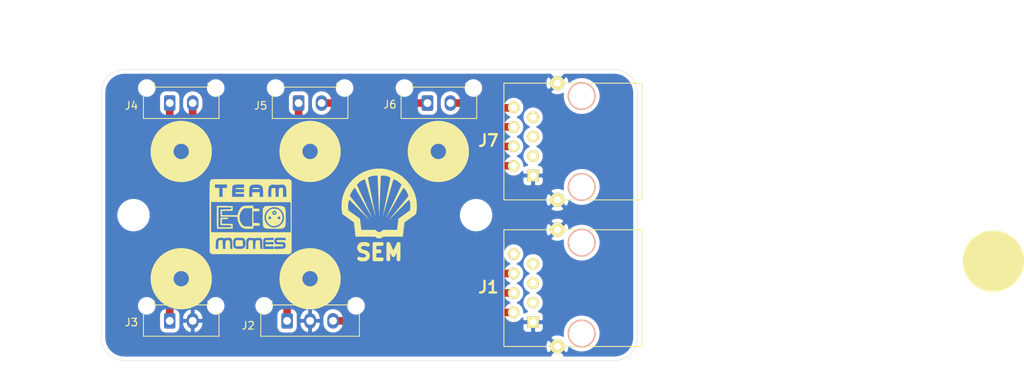
<source format=kicad_pcb>
(kicad_pcb (version 20171130) (host pcbnew "(5.1.5)-3")

  (general
    (thickness 1.6)
    (drawings 17)
    (tracks 29)
    (zones 0)
    (modules 11)
    (nets 17)
  )

  (page A4)
  (layers
    (0 F.Cu signal)
    (31 B.Cu signal)
    (32 B.Adhes user)
    (33 F.Adhes user)
    (34 B.Paste user)
    (35 F.Paste user)
    (36 B.SilkS user)
    (37 F.SilkS user)
    (38 B.Mask user)
    (39 F.Mask user)
    (40 Dwgs.User user)
    (41 Cmts.User user)
    (42 Eco1.User user)
    (43 Eco2.User user)
    (44 Edge.Cuts user)
    (45 Margin user)
    (46 B.CrtYd user)
    (47 F.CrtYd user)
    (48 B.Fab user)
    (49 F.Fab user)
  )

  (setup
    (last_trace_width 0.25)
    (user_trace_width 1)
    (trace_clearance 0.2)
    (zone_clearance 0.508)
    (zone_45_only yes)
    (trace_min 0.2)
    (via_size 0.8)
    (via_drill 0.4)
    (via_min_size 0.4)
    (via_min_drill 0.3)
    (uvia_size 0.3)
    (uvia_drill 0.1)
    (uvias_allowed no)
    (uvia_min_size 0.2)
    (uvia_min_drill 0.1)
    (edge_width 0.05)
    (segment_width 0.2)
    (pcb_text_width 0.3)
    (pcb_text_size 1.5 1.5)
    (mod_edge_width 0.12)
    (mod_text_size 1 1)
    (mod_text_width 0.15)
    (pad_size 1.524 1.524)
    (pad_drill 0.762)
    (pad_to_mask_clearance 0.051)
    (solder_mask_min_width 0.25)
    (aux_axis_origin 0 0)
    (visible_elements 7FFFFFFF)
    (pcbplotparams
      (layerselection 0x010fc_ffffffff)
      (usegerberextensions false)
      (usegerberattributes false)
      (usegerberadvancedattributes false)
      (creategerberjobfile false)
      (excludeedgelayer true)
      (linewidth 0.100000)
      (plotframeref false)
      (viasonmask false)
      (mode 1)
      (useauxorigin false)
      (hpglpennumber 1)
      (hpglpenspeed 20)
      (hpglpendiameter 15.000000)
      (psnegative false)
      (psa4output false)
      (plotreference true)
      (plotvalue true)
      (plotinvisibletext false)
      (padsonsilk false)
      (subtractmaskfromsilk false)
      (outputformat 1)
      (mirror false)
      (drillshape 1)
      (scaleselection 1)
      (outputdirectory ""))
  )

  (net 0 "")
  (net 1 GND)
  (net 2 +5V)
  (net 3 ON_OFF)
  (net 4 CARTO_A)
  (net 5 KLAXON)
  (net 6 GND_KLAXON)
  (net 7 ARU)
  (net 8 GND_ARU)
  (net 9 "Net-(J1-Pad5)")
  (net 10 "Net-(J1-Pad7)")
  (net 11 "Net-(J1-Pad8)")
  (net 12 "Net-(J7-Pad3)")
  (net 13 "Net-(J5-Pad2)")
  (net 14 "Net-(J7-Pad5)")
  (net 15 "Net-(J7-Pad7)")
  (net 16 "Net-(J1-Pad3)")

  (net_class Default "Ceci est la Netclass par défaut."
    (clearance 0.2)
    (trace_width 0.25)
    (via_dia 0.8)
    (via_drill 0.4)
    (uvia_dia 0.3)
    (uvia_drill 0.1)
    (add_net +5V)
    (add_net ARU)
    (add_net CARTO_A)
    (add_net GND)
    (add_net GND_ARU)
    (add_net GND_KLAXON)
    (add_net KLAXON)
    (add_net "Net-(J1-Pad3)")
    (add_net "Net-(J1-Pad5)")
    (add_net "Net-(J1-Pad7)")
    (add_net "Net-(J1-Pad8)")
    (add_net "Net-(J5-Pad2)")
    (add_net "Net-(J7-Pad3)")
    (add_net "Net-(J7-Pad5)")
    (add_net "Net-(J7-Pad7)")
    (add_net ON_OFF)
  )

  (module Connector_Molex:Molex_Micro-Fit_3.0_43650-0215_1x02_P3.00mm_Vertical (layer F.Cu) (tedit 5CA3843E) (tstamp 5E56D8E7)
    (at 83.275 71.866)
    (descr "Molex Micro-Fit 3.0 Connector System, 43650-0215 (compatible alternatives: 43650-0216, 43650-0217), 2 Pins per row (http://www.molex.com/pdm_docs/sd/436500215_sd.pdf), generated with kicad-footprint-generator")
    (tags "connector Molex Micro-Fit_3.0 vertical")
    (path /5E3F27D1)
    (fp_text reference J5 (at -4.95 0.3475) (layer F.SilkS)
      (effects (font (size 1 1) (thickness 0.15)))
    )
    (fp_text value Conn_01x02_Female (at 1.5 4.5) (layer F.Fab)
      (effects (font (size 1 1) (thickness 0.15)))
    )
    (fp_text user %R (at 1.5 1.2) (layer F.Fab)
      (effects (font (size 1 1) (thickness 0.15)))
    )
    (fp_line (start -3.82 3.8) (end -3.82 -2.97) (layer F.CrtYd) (width 0.05))
    (fp_line (start 6.82 3.8) (end -3.82 3.8) (layer F.CrtYd) (width 0.05))
    (fp_line (start 6.82 -2.97) (end 6.82 3.8) (layer F.CrtYd) (width 0.05))
    (fp_line (start -3.82 -2.97) (end 6.82 -2.97) (layer F.CrtYd) (width 0.05))
    (fp_line (start 5.015 -2.58) (end 4.995 -2.58) (layer F.SilkS) (width 0.12))
    (fp_line (start 5.015 -2.08) (end 5.015 -2.58) (layer F.SilkS) (width 0.12))
    (fp_line (start -2.015 -2.08) (end 5.015 -2.08) (layer F.SilkS) (width 0.12))
    (fp_line (start -2.015 -2.58) (end -2.015 -2.08) (layer F.SilkS) (width 0.12))
    (fp_line (start -1.995 -2.58) (end -2.015 -2.58) (layer F.SilkS) (width 0.12))
    (fp_line (start 6.435 2.01) (end 6.435 -1.065) (layer F.SilkS) (width 0.12))
    (fp_line (start -3.435 2.01) (end 6.435 2.01) (layer F.SilkS) (width 0.12))
    (fp_line (start -3.435 -1.065) (end -3.435 2.01) (layer F.SilkS) (width 0.12))
    (fp_line (start 0 -1.262893) (end 0.5 -1.97) (layer F.Fab) (width 0.1))
    (fp_line (start -0.5 -1.97) (end 0 -1.262893) (layer F.Fab) (width 0.1))
    (fp_line (start 2.2 3.3) (end 2.2 1.9) (layer F.Fab) (width 0.1))
    (fp_line (start 0.8 3.3) (end 2.2 3.3) (layer F.Fab) (width 0.1))
    (fp_line (start 0.8 1.9) (end 0.8 3.3) (layer F.Fab) (width 0.1))
    (fp_line (start 6.325 -1.34) (end 5.125 -1.97) (layer F.Fab) (width 0.1))
    (fp_line (start -3.325 -1.34) (end -2.125 -1.97) (layer F.Fab) (width 0.1))
    (fp_line (start 5.125 -1.97) (end -2.125 -1.97) (layer F.Fab) (width 0.1))
    (fp_line (start 5.125 -2.47) (end 5.125 -1.97) (layer F.Fab) (width 0.1))
    (fp_line (start 6.325 -2.47) (end 5.125 -2.47) (layer F.Fab) (width 0.1))
    (fp_line (start 6.325 1.9) (end 6.325 -2.47) (layer F.Fab) (width 0.1))
    (fp_line (start -3.325 1.9) (end 6.325 1.9) (layer F.Fab) (width 0.1))
    (fp_line (start -3.325 -2.47) (end -3.325 1.9) (layer F.Fab) (width 0.1))
    (fp_line (start -2.125 -2.47) (end -3.325 -2.47) (layer F.Fab) (width 0.1))
    (fp_line (start -2.125 -1.97) (end -2.125 -2.47) (layer F.Fab) (width 0.1))
    (pad 2 thru_hole oval (at 3 0) (size 1.5 2.02) (drill 1.02) (layers *.Cu *.Mask)
      (net 13 "Net-(J5-Pad2)"))
    (pad 1 thru_hole roundrect (at 0 0) (size 1.5 2.02) (drill 1.02) (layers *.Cu *.Mask) (roundrect_rratio 0.166667)
      (net 8 GND_ARU))
    (pad "" np_thru_hole circle (at 6 -1.96) (size 1.27 1.27) (drill 1.27) (layers *.Cu *.Mask))
    (pad "" np_thru_hole circle (at -3 -1.96) (size 1.27 1.27) (drill 1.27) (layers *.Cu *.Mask))
    (model ${KISYS3DMOD}/Connector_Molex.3dshapes/Molex_Micro-Fit_3.0_43650-0215_1x02_P3.00mm_Vertical.wrl
      (at (xyz 0 0 0))
      (scale (xyz 1 1 1))
      (rotate (xyz 0 0 0))
    )
  )

  (module Symbol:Logo-Shell (layer F.Cu) (tedit 5E543EE4) (tstamp 5E56D743)
    (at 93.799078 84.975)
    (fp_text reference G*** (at 0 0) (layer F.SilkS) hide
      (effects (font (size 1.524 1.524) (thickness 0.3)))
    )
    (fp_text value LOGO (at 0.75 0) (layer F.SilkS) hide
      (effects (font (size 1.524 1.524) (thickness 0.3)))
    )
    (fp_poly (pts (xy -0.476817 1.640946) (xy -0.475807 1.654178) (xy -0.477485 1.657174) (xy -0.481333 1.654649)
      (xy -0.481932 1.646061) (xy -0.479864 1.637027) (xy -0.476817 1.640946)) (layer Eco2.User) (width 0.01))
    (fp_poly (pts (xy -0.465667 1.680634) (xy -0.4699 1.684867) (xy -0.474134 1.680634) (xy -0.4699 1.6764)
      (xy -0.465667 1.680634)) (layer Eco2.User) (width 0.01))
    (fp_poly (pts (xy 0.9144 1.8669) (xy 0.910166 1.871133) (xy 0.905933 1.8669) (xy 0.910166 1.862667)
      (xy 0.9144 1.8669)) (layer Eco2.User) (width 0.01))
    (fp_poly (pts (xy -0.905934 1.8669) (xy -0.910167 1.871133) (xy -0.914401 1.8669) (xy -0.910167 1.862667)
      (xy -0.905934 1.8669)) (layer Eco2.User) (width 0.01))
    (fp_poly (pts (xy 0.27754 -4.545462) (xy 0.557728 -4.521043) (xy 0.836426 -4.480107) (xy 1.112898 -4.422622)
      (xy 1.2573 -4.3857) (xy 1.532768 -4.302269) (xy 1.799827 -4.204276) (xy 2.059312 -4.091343)
      (xy 2.312061 -3.963095) (xy 2.558912 -3.819153) (xy 2.662766 -3.75279) (xy 2.898218 -3.588528)
      (xy 3.123334 -3.411669) (xy 3.337595 -3.222912) (xy 3.540479 -3.022954) (xy 3.731465 -2.812494)
      (xy 3.910033 -2.592229) (xy 4.075661 -2.362857) (xy 4.227829 -2.125077) (xy 4.366017 -1.879586)
      (xy 4.489702 -1.627083) (xy 4.598364 -1.368265) (xy 4.691483 -1.10383) (xy 4.727291 -0.986246)
      (xy 4.78571 -0.769942) (xy 4.832724 -0.561607) (xy 4.868861 -0.357281) (xy 4.894647 -0.153007)
      (xy 4.910608 0.055175) (xy 4.917272 0.271221) (xy 4.916571 0.436034) (xy 4.911779 0.598714)
      (xy 4.903088 0.749247) (xy 4.890037 0.892066) (xy 4.872167 1.031604) (xy 4.849016 1.172295)
      (xy 4.829634 1.272796) (xy 4.819541 1.319248) (xy 4.810721 1.351809) (xy 4.802194 1.373375)
      (xy 4.792981 1.386837) (xy 4.790115 1.389575) (xy 4.764584 1.410596) (xy 4.726009 1.440748)
      (xy 4.675204 1.479435) (xy 4.612987 1.526061) (xy 4.540173 1.58003) (xy 4.457579 1.640746)
      (xy 4.366021 1.707615) (xy 4.266314 1.780039) (xy 4.159276 1.857424) (xy 4.045723 1.939173)
      (xy 3.926469 2.024691) (xy 3.802333 2.113382) (xy 3.67413 2.20465) (xy 3.649133 2.222407)
      (xy 3.581746 2.270268) (xy 3.5187 2.315053) (xy 3.461314 2.355829) (xy 3.410905 2.391657)
      (xy 3.368789 2.421601) (xy 3.336284 2.444725) (xy 3.314708 2.460094) (xy 3.305376 2.466769)
      (xy 3.305097 2.466976) (xy 3.303977 2.475349) (xy 3.301012 2.499456) (xy 3.29633 2.538213)
      (xy 3.29006 2.590537) (xy 3.282332 2.655343) (xy 3.273273 2.731548) (xy 3.263012 2.818069)
      (xy 3.251679 2.913821) (xy 3.2394 3.017721) (xy 3.226307 3.128684) (xy 3.212526 3.245628)
      (xy 3.198186 3.367468) (xy 3.196924 3.3782) (xy 3.182484 3.500836) (xy 3.168543 3.618953)
      (xy 3.155234 3.731441) (xy 3.142689 3.837186) (xy 3.131041 3.935077) (xy 3.120424 4.024001)
      (xy 3.110971 4.102847) (xy 3.102815 4.170501) (xy 3.096088 4.225853) (xy 3.090924 4.26779)
      (xy 3.087457 4.2952) (xy 3.085818 4.30697) (xy 3.085781 4.307155) (xy 3.081675 4.325943)
      (xy 1.808475 4.328322) (xy 0.535274 4.3307) (xy 0.488993 4.374473) (xy 0.40819 4.439649)
      (xy 0.317518 4.491478) (xy 0.216297 4.53033) (xy 0.186445 4.538809) (xy 0.137248 4.548607)
      (xy 0.077723 4.555604) (xy 0.014081 4.559472) (xy -0.047467 4.559884) (xy -0.100712 4.556511)
      (xy -0.1143 4.554686) (xy -0.213368 4.531579) (xy -0.309105 4.494634) (xy -0.397855 4.445586)
      (xy -0.475963 4.38617) (xy -0.483195 4.379589) (xy -0.535999 4.3307) (xy -1.808837 4.328322)
      (xy -3.081676 4.325943) (xy -3.085778 4.307155) (xy -3.087213 4.296794) (xy -3.090458 4.270968)
      (xy -3.095358 4.231011) (xy -3.101752 4.178256) (xy -3.109485 4.11404) (xy -3.118397 4.039695)
      (xy -3.128332 3.956555) (xy -3.139132 3.865956) (xy -3.150638 3.76923) (xy -3.162694 3.667713)
      (xy -3.175141 3.562738) (xy -3.187822 3.455641) (xy -3.200578 3.347754) (xy -3.213253 3.240412)
      (xy -3.225689 3.134949) (xy -3.237727 3.032699) (xy -3.24921 2.934998) (xy -3.25998 2.843178)
      (xy -3.26988 2.758574) (xy -3.278752 2.682521) (xy -3.286437 2.616351) (xy -3.292779 2.561401)
      (xy -3.29762 2.519003) (xy -3.300802 2.490492) (xy -3.302166 2.477202) (xy -3.302207 2.4765)
      (xy -3.30878 2.46853) (xy -3.326558 2.453339) (xy -3.352728 2.433203) (xy -3.380458 2.413206)
      (xy -3.497991 2.330538) (xy -3.61743 2.246078) (xy -3.737607 2.160675) (xy -3.857358 2.075174)
      (xy -3.975516 1.990425) (xy -4.090916 1.907273) (xy -4.202391 1.826567) (xy -4.308775 1.749154)
      (xy -4.408902 1.675882) (xy -4.501606 1.607598) (xy -4.585723 1.545148) (xy -4.660084 1.489382)
      (xy -4.723525 1.441146) (xy -4.774879 1.401288) (xy -4.797379 1.383381) (xy -4.804577 1.3702)
      (xy -4.813334 1.342087) (xy -4.823321 1.300935) (xy -4.834208 1.248641) (xy -4.845667 1.187099)
      (xy -4.857367 1.118204) (xy -4.86898 1.04385) (xy -4.880175 0.965933) (xy -4.890624 0.886348)
      (xy -4.899997 0.806989) (xy -4.90392 0.770467) (xy -4.907932 0.719593) (xy -4.911075 0.654701)
      (xy -4.913362 0.578683) (xy -4.914809 0.494429) (xy -4.915429 0.404833) (xy -4.915236 0.312785)
      (xy -4.914887 0.280524) (xy -4.070968 0.280524) (xy -4.070046 0.393042) (xy -4.06706 0.48244)
      (xy -4.062454 0.559802) (xy -4.055667 0.629991) (xy -4.046142 0.69787) (xy -4.033318 0.768303)
      (xy -4.019373 0.833967) (xy -4.0005 0.918634) (xy -3.262343 1.452034) (xy -3.16283 1.523955)
      (xy -3.067184 1.593105) (xy -2.976298 1.658838) (xy -2.891064 1.720507) (xy -2.812377 1.777464)
      (xy -2.741129 1.829063) (xy -2.678213 1.874656) (xy -2.624522 1.913596) (xy -2.580949 1.945237)
      (xy -2.548388 1.968932) (xy -2.527732 1.984033) (xy -2.519873 1.989894) (xy -2.519837 1.989928)
      (xy -2.518143 1.998818) (xy -2.514512 2.023278) (xy -2.509106 2.062075) (xy -2.502087 2.113975)
      (xy -2.493618 2.177746) (xy -2.48386 2.252154) (xy -2.472975 2.335967) (xy -2.461125 2.427951)
      (xy -2.448472 2.526873) (xy -2.435178 2.631501) (xy -2.425844 2.705361) (xy -2.41218 2.813574)
      (xy -2.399054 2.917216) (xy -2.38663 3.015022) (xy -2.375071 3.105725) (xy -2.364538 3.188058)
      (xy -2.355194 3.260755) (xy -2.347203 3.32255) (xy -2.340727 3.372174) (xy -2.335928 3.408363)
      (xy -2.332969 3.429848) (xy -2.332105 3.43535) (xy -2.328011 3.4544) (xy -0.515989 3.4544)
      (xy -0.442145 3.514351) (xy -0.343419 3.589798) (xy -0.251883 3.64999) (xy -0.167467 3.694969)
      (xy -0.090098 3.724775) (xy -0.0762 3.728723) (xy -0.032764 3.738386) (xy 0.003842 3.740901)
      (xy 0.041949 3.736302) (xy 0.072304 3.729299) (xy 0.140962 3.705952) (xy 0.216709 3.669883)
      (xy 0.297226 3.622448) (xy 0.380191 3.565002) (xy 0.456029 3.505029) (xy 0.516328 3.4544)
      (xy 2.33299 3.4544) (xy 2.425627 2.722797) (xy 2.518265 1.991194) (xy 3.261009 1.454914)
      (xy 4.003754 0.918634) (xy 4.017319 0.859367) (xy 4.051877 0.677247) (xy 4.072001 0.496921)
      (xy 4.077735 0.319722) (xy 4.069119 0.146989) (xy 4.046198 -0.019942) (xy 4.009011 -0.179736)
      (xy 3.981761 -0.266215) (xy 3.967034 -0.306151) (xy 3.949904 -0.348694) (xy 3.93196 -0.390307)
      (xy 3.914791 -0.427455) (xy 3.899986 -0.456601) (xy 3.889134 -0.474209) (xy 3.887396 -0.476223)
      (xy 3.886007 -0.476523) (xy 3.883299 -0.475355) (xy 3.878837 -0.472282) (xy 3.872186 -0.466864)
      (xy 3.862911 -0.458665) (xy 3.850577 -0.447247) (xy 3.834748 -0.432172) (xy 3.814991 -0.413001)
      (xy 3.79087 -0.389297) (xy 3.76195 -0.360623) (xy 3.727796 -0.32654) (xy 3.687974 -0.286611)
      (xy 3.642048 -0.240397) (xy 3.589583 -0.187461) (xy 3.530144 -0.127365) (xy 3.463296 -0.059671)
      (xy 3.388605 0.016059) (xy 3.305636 0.100262) (xy 3.213953 0.193376) (xy 3.113121 0.29584)
      (xy 3.002706 0.408091) (xy 2.882273 0.530567) (xy 2.751386 0.663706) (xy 2.60961 0.807945)
      (xy 2.456512 0.963723) (xy 2.417617 1.0033) (xy 2.306734 1.116124) (xy 2.198656 1.226083)
      (xy 2.094014 1.332534) (xy 1.993444 1.434833) (xy 1.897577 1.532336) (xy 1.807047 1.624399)
      (xy 1.722487 1.710379) (xy 1.644532 1.789631) (xy 1.573813 1.861512) (xy 1.510964 1.925379)
      (xy 1.456619 1.980587) (xy 1.41141 2.026492) (xy 1.375972 2.062451) (xy 1.350936 2.08782)
      (xy 1.336938 2.101956) (xy 1.334927 2.103967) (xy 1.292307 2.1463) (xy 1.322073 2.1082)
      (xy 1.330144 2.098165) (xy 1.348441 2.075615) (xy 1.376475 2.041149) (xy 1.413757 1.995367)
      (xy 1.459799 1.938865) (xy 1.514112 1.872245) (xy 1.576209 1.796103) (xy 1.6456 1.711038)
      (xy 1.721797 1.61765) (xy 1.804312 1.516537) (xy 1.892655 1.408297) (xy 1.98634 1.293529)
      (xy 2.084876 1.172832) (xy 2.187776 1.046805) (xy 2.294552 0.916046) (xy 2.404714 0.781153)
      (xy 2.517774 0.642726) (xy 2.582868 0.563034) (xy 2.718824 0.396578) (xy 2.84446 0.24272)
      (xy 2.960181 0.100956) (xy 3.066392 -0.029222) (xy 3.163498 -0.148317) (xy 3.251904 -0.256838)
      (xy 3.332013 -0.355288) (xy 3.404232 -0.444173) (xy 3.468965 -0.524001) (xy 3.526616 -0.595275)
      (xy 3.577591 -0.658502) (xy 3.622294 -0.714188) (xy 3.66113 -0.762838) (xy 3.694504 -0.804958)
      (xy 3.722821 -0.841054) (xy 3.746486 -0.871631) (xy 3.765902 -0.897195) (xy 3.781476 -0.918252)
      (xy 3.793612 -0.935308) (xy 3.802714 -0.948868) (xy 3.809188 -0.959438) (xy 3.813439 -0.967524)
      (xy 3.81587 -0.973631) (xy 3.816887 -0.978265) (xy 3.816926 -0.978661) (xy 3.814715 -1.013654)
      (xy 3.803716 -1.060771) (xy 3.784819 -1.118238) (xy 3.758914 -1.184284) (xy 3.726889 -1.257137)
      (xy 3.689636 -1.335024) (xy 3.648043 -1.416173) (xy 3.603 -1.498812) (xy 3.555397 -1.581168)
      (xy 3.506123 -1.66147) (xy 3.456069 -1.737945) (xy 3.406124 -1.808821) (xy 3.388031 -1.833033)
      (xy 3.358958 -1.86911) (xy 3.325115 -1.907713) (xy 3.289535 -1.945709) (xy 3.255254 -1.979962)
      (xy 3.225307 -2.007339) (xy 3.202728 -2.024705) (xy 3.202039 -2.025137) (xy 3.182428 -2.035776)
      (xy 3.170715 -2.036863) (xy 3.162972 -2.031003) (xy 3.157876 -2.022741) (xy 3.144687 -2.000413)
      (xy 3.123758 -1.964629) (xy 3.095442 -1.916001) (xy 3.060093 -1.855138) (xy 3.018062 -1.782652)
      (xy 2.969703 -1.699153) (xy 2.915368 -1.605252) (xy 2.855411 -1.501559) (xy 2.790184 -1.388686)
      (xy 2.720041 -1.267242) (xy 2.645334 -1.137839) (xy 2.566416 -1.001087) (xy 2.48364 -0.857597)
      (xy 2.39736 -0.707979) (xy 2.307927 -0.552844) (xy 2.215694 -0.392803) (xy 2.121016 -0.228467)
      (xy 2.04063 -0.0889) (xy 1.944211 0.078501) (xy 1.84996 0.242092) (xy 1.758228 0.401265)
      (xy 1.669368 0.55541) (xy 1.583731 0.703917) (xy 1.501669 0.846177) (xy 1.423535 0.981582)
      (xy 1.349681 1.109521) (xy 1.280458 1.229386) (xy 1.216219 1.340567) (xy 1.157316 1.442455)
      (xy 1.1041 1.53444) (xy 1.056923 1.615914) (xy 1.016139 1.686266) (xy 0.982098 1.744889)
      (xy 0.955153 1.791172) (xy 0.935656 1.824506) (xy 0.923958 1.844282) (xy 0.920421 1.849967)
      (xy 0.914902 1.853919) (xy 0.916504 1.849967) (xy 0.922742 1.837419) (xy 0.935675 1.810503)
      (xy 0.954954 1.769973) (xy 0.980225 1.716581) (xy 1.011137 1.651081) (xy 1.047338 1.574225)
      (xy 1.088475 1.486768) (xy 1.134197 1.38946) (xy 1.184152 1.283057) (xy 1.237988 1.168311)
      (xy 1.295353 1.045974) (xy 1.355895 0.9168) (xy 1.419261 0.781542) (xy 1.485101 0.640953)
      (xy 1.553061 0.495786) (xy 1.62279 0.346795) (xy 1.693936 0.194731) (xy 1.766148 0.040348)
      (xy 1.839072 -0.115601) (xy 1.912357 -0.272362) (xy 1.985652 -0.429183) (xy 2.058603 -0.585311)
      (xy 2.13086 -0.739993) (xy 2.20207 -0.892475) (xy 2.271881 -1.042005) (xy 2.339941 -1.187829)
      (xy 2.405898 -1.329195) (xy 2.469401 -1.465349) (xy 2.530097 -1.595539) (xy 2.587634 -1.719011)
      (xy 2.64166 -1.835013) (xy 2.691824 -1.942791) (xy 2.737773 -2.041592) (xy 2.779155 -2.130664)
      (xy 2.815619 -2.209253) (xy 2.846812 -2.276606) (xy 2.872383 -2.33197) (xy 2.891979 -2.374592)
      (xy 2.905248 -2.403719) (xy 2.911839 -2.418598) (xy 2.912533 -2.420438) (xy 2.907799 -2.435759)
      (xy 2.895676 -2.458227) (xy 2.885774 -2.473113) (xy 2.833511 -2.53835) (xy 2.768022 -2.608002)
      (xy 2.691796 -2.680176) (xy 2.60732 -2.75298) (xy 2.517083 -2.824519) (xy 2.423573 -2.892902)
      (xy 2.329279 -2.956235) (xy 2.236689 -3.012626) (xy 2.148292 -3.06018) (xy 2.066576 -3.097007)
      (xy 2.064624 -3.09778) (xy 2.02792 -3.110858) (xy 1.98757 -3.12297) (xy 1.947093 -3.133337)
      (xy 1.910012 -3.14118) (xy 1.879844 -3.145723) (xy 1.860112 -3.146186) (xy 1.854737 -3.144173)
      (xy 1.851921 -3.135534) (xy 1.844652 -3.111247) (xy 1.833112 -3.071948) (xy 1.817485 -3.018274)
      (xy 1.797953 -2.950864) (xy 1.774698 -2.870354) (xy 1.747905 -2.777382) (xy 1.717755 -2.672585)
      (xy 1.684432 -2.5566) (xy 1.648118 -2.430065) (xy 1.608996 -2.293618) (xy 1.567249 -2.147894)
      (xy 1.52306 -1.993533) (xy 1.476611 -1.831171) (xy 1.428086 -1.661445) (xy 1.377667 -1.484993)
      (xy 1.325538 -1.302452) (xy 1.27188 -1.11446) (xy 1.216877 -0.921654) (xy 1.163631 -0.734915)
      (xy 1.10756 -0.538257) (xy 1.052683 -0.345869) (xy 0.999182 -0.158385) (xy 0.94724 0.023562)
      (xy 0.897037 0.199336) (xy 0.848756 0.368306) (xy 0.802577 0.529836) (xy 0.758683 0.683293)
      (xy 0.717255 0.828043) (xy 0.678474 0.963452) (xy 0.642522 1.088887) (xy 0.609581 1.203713)
      (xy 0.579833 1.307298) (xy 0.553458 1.399006) (xy 0.530639 1.478205) (xy 0.511556 1.54426)
      (xy 0.496393 1.596538) (xy 0.48533 1.634404) (xy 0.478548 1.657225) (xy 0.476235 1.664392)
      (xy 0.476389 1.655346) (xy 0.479733 1.635193) (xy 0.482851 1.620374) (xy 0.48789 1.597027)
      (xy 0.495916 1.558598) (xy 0.506771 1.505869) (xy 0.520301 1.439622) (xy 0.536349 1.360641)
      (xy 0.554758 1.269708) (xy 0.575374 1.167607) (xy 0.59804 1.055121) (xy 0.6226 0.933032)
      (xy 0.648898 0.802123) (xy 0.676778 0.663178) (xy 0.706084 0.516979) (xy 0.73666 0.364309)
      (xy 0.768351 0.205951) (xy 0.800999 0.042688) (xy 0.83445 -0.124696) (xy 0.868547 -0.29542)
      (xy 0.903133 -0.468699) (xy 0.938054 -0.643752) (xy 0.973153 -0.819795) (xy 1.008275 -0.996045)
      (xy 1.043262 -1.17172) (xy 1.07796 -1.346036) (xy 1.112211 -1.51821) (xy 1.145861 -1.68746)
      (xy 1.178753 -1.853002) (xy 1.210731 -2.014054) (xy 1.241639 -2.169832) (xy 1.271322 -2.319555)
      (xy 1.299622 -2.462438) (xy 1.326385 -2.597699) (xy 1.351454 -2.724554) (xy 1.374673 -2.842222)
      (xy 1.395886 -2.949919) (xy 1.414938 -3.046861) (xy 1.431671 -3.132267) (xy 1.445931 -3.205353)
      (xy 1.457561 -3.265336) (xy 1.466405 -3.311434) (xy 1.472308 -3.342862) (xy 1.475112 -3.35884)
      (xy 1.475316 -3.360789) (xy 1.397523 -3.411997) (xy 1.305247 -3.460473) (xy 1.200848 -3.505196)
      (xy 1.086688 -3.545147) (xy 0.974804 -3.576878) (xy 0.874561 -3.599471) (xy 0.768871 -3.618192)
      (xy 0.661484 -3.632665) (xy 0.556146 -3.642515) (xy 0.456605 -3.647366) (xy 0.366609 -3.646841)
      (xy 0.312935 -3.643239) (xy 0.27495 -3.639199) (xy 0.243631 -3.635328) (xy 0.222545 -3.6321)
      (xy 0.215315 -3.630205) (xy 0.214776 -3.621661) (xy 0.213605 -3.596983) (xy 0.211835 -3.556955)
      (xy 0.209496 -3.502362) (xy 0.20662 -3.433989) (xy 0.203238 -3.352622) (xy 0.199381 -3.259046)
      (xy 0.19508 -3.154045) (xy 0.190366 -3.038407) (xy 0.185271 -2.912914) (xy 0.179825 -2.778353)
      (xy 0.174061 -2.635509) (xy 0.168008 -2.485168) (xy 0.161699 -2.328113) (xy 0.155164 -2.165131)
      (xy 0.148435 -1.997007) (xy 0.141542 -1.824525) (xy 0.134518 -1.648472) (xy 0.127392 -1.469632)
      (xy 0.120197 -1.28879) (xy 0.112963 -1.106733) (xy 0.105721 -0.924244) (xy 0.098504 -0.742109)
      (xy 0.091341 -0.561114) (xy 0.084264 -0.382043) (xy 0.077305 -0.205682) (xy 0.070494 -0.032816)
      (xy 0.063863 0.13577) (xy 0.057443 0.29929) (xy 0.051264 0.45696) (xy 0.045359 0.607995)
      (xy 0.039758 0.751608) (xy 0.034493 0.887015) (xy 0.029594 1.01343) (xy 0.025093 1.130069)
      (xy 0.021021 1.236146) (xy 0.017409 1.330877) (xy 0.014289 1.413475) (xy 0.011691 1.483155)
      (xy 0.009647 1.539133) (xy 0.008187 1.580623) (xy 0.007344 1.60684) (xy 0.007211 1.611799)
      (xy 0.006776 1.623592) (xy 0.006164 1.629284) (xy 0.005354 1.628356) (xy 0.004321 1.620287)
      (xy 0.003044 1.604558) (xy 0.0015 1.580649) (xy -0.000335 1.548041) (xy -0.002483 1.506213)
      (xy -0.004967 1.454646) (xy -0.00781 1.392821) (xy -0.011034 1.320217) (xy -0.014663 1.236315)
      (xy -0.018718 1.140595) (xy -0.023224 1.032537) (xy -0.028203 0.911623) (xy -0.033677 0.777331)
      (xy -0.03967 0.629143) (xy -0.046203 0.466538) (xy -0.053301 0.288997) (xy -0.060986 0.096)
      (xy -0.06928 -0.112972) (xy -0.076542 -0.296333) (xy -0.087777 -0.580247) (xy -0.098366 -0.847725)
      (xy -0.108329 -1.099249) (xy -0.117685 -1.335305) (xy -0.126456 -1.556375) (xy -0.13466 -1.762943)
      (xy -0.142317 -1.955493) (xy -0.149449 -2.134509) (xy -0.156073 -2.300475) (xy -0.162211 -2.453873)
      (xy -0.167883 -2.595188) (xy -0.173108 -2.724904) (xy -0.177906 -2.843503) (xy -0.182297 -2.951471)
      (xy -0.186302 -3.04929) (xy -0.18994 -3.137444) (xy -0.193231 -3.216418) (xy -0.196194 -3.286694)
      (xy -0.198851 -3.348756) (xy -0.201221 -3.403088) (xy -0.203323 -3.450175) (xy -0.205179 -3.490498)
      (xy -0.206807 -3.524543) (xy -0.208227 -3.552792) (xy -0.209461 -3.57573) (xy -0.210527 -3.593841)
      (xy -0.211445 -3.607607) (xy -0.212236 -3.617513) (xy -0.21292 -3.624042) (xy -0.213515 -3.627678)
      (xy -0.21396 -3.628848) (xy -0.22398 -3.631692) (xy -0.247233 -3.635487) (xy -0.280084 -3.639706)
      (xy -0.312936 -3.643239) (xy -0.381661 -3.647077) (xy -0.462711 -3.646664) (xy -0.55209 -3.642254)
      (xy -0.645802 -3.634104) (xy -0.739849 -3.62247) (xy -0.808585 -3.611542) (xy -0.928831 -3.586958)
      (xy -1.045293 -3.556494) (xy -1.155504 -3.521049) (xy -1.256996 -3.481524) (xy -1.347303 -3.438821)
      (xy -1.423959 -3.393838) (xy -1.444928 -3.379307) (xy -1.479719 -3.354105) (xy -1.44709 -3.194703)
      (xy -1.435681 -3.138773) (xy -1.421625 -3.069534) (xy -1.40508 -2.987776) (xy -1.386203 -2.894292)
      (xy -1.365153 -2.789871) (xy -1.342088 -2.675304) (xy -1.317166 -2.551384) (xy -1.290545 -2.4189)
      (xy -1.262383 -2.278644) (xy -1.232838 -2.131407) (xy -1.202069 -1.977979) (xy -1.170233 -1.819152)
      (xy -1.137488 -1.655717) (xy -1.103992 -1.488465) (xy -1.069905 -1.318187) (xy -1.035382 -1.145673)
      (xy -1.000584 -0.971715) (xy -0.965667 -0.797104) (xy -0.93079 -0.62263) (xy -0.896111 -0.449086)
      (xy -0.861788 -0.277261) (xy -0.827979 -0.107947) (xy -0.794841 0.058065) (xy -0.762535 0.219984)
      (xy -0.731216 0.37702) (xy -0.701043 0.528381) (xy -0.672175 0.673276) (xy -0.64477 0.810914)
      (xy -0.618985 0.940504) (xy -0.594978 1.061255) (xy -0.572908 1.172377) (xy -0.552933 1.273078)
      (xy -0.535211 1.362567) (xy -0.519899 1.440053) (xy -0.507157 1.504745) (xy -0.497141 1.555852)
      (xy -0.490011 1.592583) (xy -0.485923 1.614148) (xy -0.484953 1.619957) (xy -0.487444 1.612523)
      (xy -0.494396 1.589439) (xy -0.505626 1.551338) (xy -0.520952 1.498856) (xy -0.540191 1.432626)
      (xy -0.563161 1.353282) (xy -0.58968 1.261459) (xy -0.619566 1.15779) (xy -0.652636 1.04291)
      (xy -0.688709 0.917454) (xy -0.727601 0.782054) (xy -0.769131 0.637346) (xy -0.813116 0.483964)
      (xy -0.859375 0.322541) (xy -0.907724 0.153712) (xy -0.957982 -0.021888) (xy -1.009966 -0.203627)
      (xy -1.063494 -0.390869) (xy -1.118385 -0.58298) (xy -1.168671 -0.759071) (xy -1.849967 -3.145366)
      (xy -1.89154 -3.142683) (xy -1.952489 -3.132969) (xy -2.02316 -3.111606) (xy -2.101923 -3.079505)
      (xy -2.187145 -3.037578) (xy -2.277195 -2.98674) (xy -2.370441 -2.9279) (xy -2.465252 -2.861973)
      (xy -2.559995 -2.789871) (xy -2.638567 -2.725) (xy -2.683724 -2.684777) (xy -2.729898 -2.640968)
      (xy -2.77478 -2.596012) (xy -2.816062 -2.552351) (xy -2.851436 -2.512426) (xy -2.878594 -2.478677)
      (xy -2.895212 -2.453578) (xy -2.915083 -2.416119) (xy -1.914894 -0.283629) (xy -1.830587 -0.103857)
      (xy -1.74818 0.071907) (xy -1.667962 0.243046) (xy -1.59022 0.408945) (xy -1.515244 0.568987)
      (xy -1.443319 0.722557) (xy -1.374736 0.869038) (xy -1.309781 1.007815) (xy -1.248743 1.138272)
      (xy -1.19191 1.259792) (xy -1.13957 1.37176) (xy -1.092011 1.47356) (xy -1.049521 1.564576)
      (xy -1.012388 1.644191) (xy -0.980901 1.711791) (xy -0.955346 1.766759) (xy -0.936012 1.808478)
      (xy -0.923188 1.836334) (xy -0.917161 1.84971) (xy -0.916713 1.850868) (xy -0.921056 1.843807)
      (xy -0.933503 1.822677) (xy -0.953706 1.788081) (xy -0.981314 1.740623) (xy -1.01598 1.680904)
      (xy -1.057354 1.60953) (xy -1.105088 1.527103) (xy -1.158833 1.434227) (xy -1.218241 1.331505)
      (xy -1.282962 1.219541) (xy -1.352647 1.098937) (xy -1.426949 0.970297) (xy -1.505517 0.834226)
      (xy -1.588004 0.691325) (xy -1.67406 0.542198) (xy -1.763338 0.387449) (xy -1.855487 0.227681)
      (xy -1.950159 0.063498) (xy -2.036277 -0.085886) (xy -2.13297 -0.253629) (xy -2.227472 -0.41757)
      (xy -2.319435 -0.577101) (xy -2.408506 -0.731615) (xy -2.494337 -0.880503) (xy -2.576575 -1.023158)
      (xy -2.654872 -1.158971) (xy -2.728875 -1.287335) (xy -2.798236 -1.407642) (xy -2.862603 -1.519284)
      (xy -2.921625 -1.621653) (xy -2.974953 -1.714142) (xy -3.022236 -1.796141) (xy -3.063123 -1.867044)
      (xy -3.097264 -1.926243) (xy -3.124309 -1.973129) (xy -3.143906 -2.007094) (xy -3.155706 -2.027532)
      (xy -3.159362 -2.033843) (xy -3.169843 -2.036443) (xy -3.189412 -2.028515) (xy -3.215496 -2.011803)
      (xy -3.245519 -1.988055) (xy -3.276904 -1.959017) (xy -3.290678 -1.944805) (xy -3.349265 -1.876963)
      (xy -3.411091 -1.795963) (xy -3.474368 -1.704815) (xy -3.537305 -1.606529) (xy -3.598112 -1.504116)
      (xy -3.654999 -1.400585) (xy -3.706175 -1.298947) (xy -3.749851 -1.202214) (xy -3.783024 -1.116866)
      (xy -3.801504 -1.060288) (xy -3.812414 -1.016432) (xy -3.816047 -0.983024) (xy -3.812696 -0.957791)
      (xy -3.805531 -0.942484) (xy -3.799165 -0.934357) (xy -3.782667 -0.913828) (xy -3.756619 -0.881609)
      (xy -3.721602 -0.838413) (xy -3.678195 -0.784952) (xy -3.626982 -0.721938) (xy -3.568542 -0.650084)
      (xy -3.503456 -0.570101) (xy -3.432306 -0.482702) (xy -3.355672 -0.388599) (xy -3.274136 -0.288504)
      (xy -3.188278 -0.18313) (xy -3.09868 -0.073189) (xy -3.005922 0.040607) (xy -2.910586 0.157545)
      (xy -2.813252 0.276914) (xy -2.714502 0.398001) (xy -2.614916 0.520094) (xy -2.515076 0.642481)
      (xy -2.415562 0.764449) (xy -2.316956 0.885286) (xy -2.219838 1.00428) (xy -2.12479 1.120719)
      (xy -2.032393 1.23389) (xy -1.943227 1.343081) (xy -1.857873 1.447581) (xy -1.776913 1.546676)
      (xy -1.700928 1.639654) (xy -1.630498 1.725804) (xy -1.566204 1.804412) (xy -1.508629 1.874767)
      (xy -1.458351 1.936157) (xy -1.415954 1.987869) (xy -1.382017 2.02919) (xy -1.357121 2.05941)
      (xy -1.341848 2.077815) (xy -1.339435 2.080683) (xy -1.321394 2.102663) (xy -1.309425 2.118554)
      (xy -1.305964 2.125108) (xy -1.306088 2.125133) (xy -1.312453 2.119217) (xy -1.329962 2.101958)
      (xy -1.35789 2.074088) (xy -1.395511 2.036341) (xy -1.442099 1.989449) (xy -1.496928 1.934147)
      (xy -1.559272 1.871165) (xy -1.628407 1.801239) (xy -1.703606 1.725101) (xy -1.784143 1.643483)
      (xy -1.869294 1.55712) (xy -1.958331 1.466743) (xy -2.033133 1.390763) (xy -2.210635 1.210413)
      (xy -2.376634 1.041757) (xy -2.531504 0.884416) (xy -2.675616 0.738012) (xy -2.809344 0.602166)
      (xy -2.933061 0.476501) (xy -3.04714 0.360639) (xy -3.151953 0.254201) (xy -3.247874 0.15681)
      (xy -3.335275 0.068087) (xy -3.414528 -0.012345) (xy -3.486008 -0.084865) (xy -3.550087 -0.149851)
      (xy -3.607137 -0.20768) (xy -3.657532 -0.258731) (xy -3.701644 -0.303382) (xy -3.739847 -0.342011)
      (xy -3.772513 -0.374995) (xy -3.800014 -0.402714) (xy -3.822725 -0.425545) (xy -3.841017 -0.443866)
      (xy -3.855264 -0.458055) (xy -3.865839 -0.468491) (xy -3.873114 -0.47555) (xy -3.877462 -0.479612)
      (xy -3.879244 -0.48105) (xy -3.886005 -0.475338) (xy -3.897397 -0.456522) (xy -3.912176 -0.427377)
      (xy -3.929096 -0.39068) (xy -3.946914 -0.349207) (xy -3.964385 -0.305735) (xy -3.980264 -0.263041)
      (xy -3.990499 -0.232833) (xy -4.019799 -0.132578) (xy -4.042006 -0.034976) (xy -4.057609 0.063835)
      (xy -4.067099 0.167714) (xy -4.070968 0.280524) (xy -4.914887 0.280524) (xy -4.914244 0.221179)
      (xy -4.912468 0.132905) (xy -4.909922 0.050855) (xy -4.906619 -0.022078) (xy -4.902574 -0.083003)
      (xy -4.899608 -0.1143) (xy -4.861139 -0.396114) (xy -4.809251 -0.668494) (xy -4.743523 -0.932853)
      (xy -4.66354 -1.190606) (xy -4.568881 -1.443167) (xy -4.45913 -1.691951) (xy -4.393775 -1.824566)
      (xy -4.254789 -2.078366) (xy -4.102142 -2.322824) (xy -3.936412 -2.557426) (xy -3.758176 -2.781658)
      (xy -3.568012 -2.995006) (xy -3.366497 -3.196954) (xy -3.15421 -3.386988) (xy -2.931727 -3.564593)
      (xy -2.699627 -3.729255) (xy -2.458487 -3.88046) (xy -2.208884 -4.017692) (xy -1.951397 -4.140437)
      (xy -1.686603 -4.24818) (xy -1.663701 -4.256658) (xy -1.393682 -4.346946) (xy -1.120003 -4.420945)
      (xy -0.8434 -4.478622) (xy -0.564608 -4.519944) (xy -0.284364 -4.54488) (xy -0.003403 -4.553397)
      (xy 0.27754 -4.545462)) (layer F.SilkS) (width 0.01))
  )

  (module Symbol:logo-EcoMomes (layer F.Cu) (tedit 0) (tstamp 5E56D772)
    (at 76.971671 86.661274)
    (fp_text reference G*** (at 0 0) (layer F.SilkS) hide
      (effects (font (size 1.524 1.524) (thickness 0.3)))
    )
    (fp_text value LOGO (at 0.75 0) (layer F.SilkS) hide
      (effects (font (size 1.524 1.524) (thickness 0.3)))
    )
    (fp_poly (pts (xy 3.234502 -0.522879) (xy 3.2512 -0.4572) (xy 3.215278 -0.372298) (xy 3.1496 -0.3556)
      (xy 3.064697 -0.391522) (xy 3.048 -0.4572) (xy 3.083921 -0.542103) (xy 3.1496 -0.5588)
      (xy 3.234502 -0.522879)) (layer F.SilkS) (width 0.01))
    (fp_poly (pts (xy 3.330427 -0.985736) (xy 3.473399 -0.964589) (xy 3.591254 -0.91733) (xy 3.716723 -0.837886)
      (xy 3.95157 -0.620502) (xy 4.109606 -0.359533) (xy 4.192959 -0.071951) (xy 4.20376 0.225273)
      (xy 4.144138 0.515167) (xy 4.016222 0.780759) (xy 3.822141 1.005077) (xy 3.564025 1.17115)
      (xy 3.459519 1.212184) (xy 3.238683 1.256915) (xy 2.996248 1.261915) (xy 2.783809 1.227092)
      (xy 2.744718 1.21348) (xy 2.479017 1.055397) (xy 2.263218 0.823719) (xy 2.111339 0.539905)
      (xy 2.037403 0.225412) (xy 2.033606 0.146479) (xy 2.361027 0.146479) (xy 2.375161 0.271969)
      (xy 2.379042 0.280904) (xy 2.462629 0.386257) (xy 2.568007 0.393086) (xy 2.663371 0.326571)
      (xy 2.729146 0.250782) (xy 2.729284 0.248214) (xy 3.571454 0.248214) (xy 3.636385 0.339542)
      (xy 3.739464 0.398525) (xy 3.818511 0.382161) (xy 3.885108 0.324034) (xy 3.949192 0.205419)
      (xy 3.915558 0.090637) (xy 3.8481 0.031104) (xy 3.735018 0.004671) (xy 3.638231 0.050962)
      (xy 3.577217 0.141603) (xy 3.571454 0.248214) (xy 2.729284 0.248214) (xy 2.732636 0.185965)
      (xy 2.690612 0.09826) (xy 2.603964 0.010794) (xy 2.502262 0.000162) (xy 2.412338 0.050633)
      (xy 2.361027 0.146479) (xy 2.033606 0.146479) (xy 2.032496 0.123409) (xy 2.078161 -0.180454)
      (xy 2.205089 -0.473783) (xy 2.230109 -0.506522) (xy 2.858018 -0.506522) (xy 2.86819 -0.370523)
      (xy 2.955978 -0.255979) (xy 3.087775 -0.167477) (xy 3.209525 -0.172472) (xy 3.336825 -0.262856)
      (xy 3.434964 -0.389039) (xy 3.437836 -0.50818) (xy 3.345854 -0.642388) (xy 3.343944 -0.644426)
      (xy 3.206624 -0.744379) (xy 3.073726 -0.743312) (xy 2.948378 -0.650822) (xy 2.858018 -0.506522)
      (xy 2.230109 -0.506522) (xy 2.396448 -0.724172) (xy 2.531676 -0.837886) (xy 2.661415 -0.919612)
      (xy 2.779515 -0.965753) (xy 2.924114 -0.986137) (xy 3.1242 -0.9906) (xy 3.330427 -0.985736)) (layer F.SilkS) (width 0.01))
    (fp_poly (pts (xy 0.985049 -3.705431) (xy 1.123984 -3.694593) (xy 1.196166 -3.672994) (xy 1.218958 -3.637738)
      (xy 1.2192 -3.6322) (xy 1.201382 -3.595026) (xy 1.136356 -3.57187) (xy 1.006758 -3.559839)
      (xy 0.795224 -3.556041) (xy 0.762 -3.556) (xy 0.53895 -3.55897) (xy 0.400015 -3.569808)
      (xy 0.327833 -3.591407) (xy 0.305041 -3.626663) (xy 0.3048 -3.6322) (xy 0.322617 -3.669375)
      (xy 0.387643 -3.692531) (xy 0.517241 -3.704562) (xy 0.728775 -3.70836) (xy 0.762 -3.7084)
      (xy 0.985049 -3.705431)) (layer F.SilkS) (width 0.01))
    (fp_poly (pts (xy 3.83405 -1.36387) (xy 4.104444 -1.34169) (xy 4.304749 -1.290798) (xy 4.445466 -1.201312)
      (xy 4.537097 -1.063347) (xy 4.590146 -0.86702) (xy 4.615113 -0.602449) (xy 4.622501 -0.259749)
      (xy 4.6228 0.126999) (xy 4.621742 0.555238) (xy 4.61139 0.893037) (xy 4.580976 1.151096)
      (xy 4.519733 1.340114) (xy 4.416892 1.470788) (xy 4.261687 1.553817) (xy 4.043349 1.599901)
      (xy 3.75111 1.619737) (xy 3.374203 1.624025) (xy 3.116522 1.623611) (xy 2.715985 1.620276)
      (xy 2.407596 1.611671) (xy 2.18201 1.597239) (xy 2.029886 1.576423) (xy 1.953382 1.554187)
      (xy 1.853258 1.505583) (xy 1.775862 1.449152) (xy 1.718281 1.37201) (xy 1.677604 1.261273)
      (xy 1.650916 1.104057) (xy 1.635306 0.887476) (xy 1.627861 0.598649) (xy 1.625669 0.224689)
      (xy 1.625619 0.135726) (xy 1.844009 0.135726) (xy 1.884592 0.460717) (xy 2.006908 0.771171)
      (xy 2.214681 1.050925) (xy 2.228213 1.064651) (xy 2.520134 1.296823) (xy 2.831726 1.429401)
      (xy 3.16252 1.462269) (xy 3.51205 1.39531) (xy 3.532463 1.388506) (xy 3.815211 1.242839)
      (xy 4.064378 1.021431) (xy 4.255857 0.7497) (xy 4.346478 0.530326) (xy 4.402356 0.173157)
      (xy 4.367846 -0.174323) (xy 4.250857 -0.496279) (xy 4.059293 -0.776876) (xy 3.801062 -1.000278)
      (xy 3.511695 -1.141583) (xy 3.228396 -1.209209) (xy 2.964405 -1.201378) (xy 2.736704 -1.141583)
      (xy 2.424501 -0.98635) (xy 2.175405 -0.76484) (xy 1.993141 -0.493216) (xy 1.881434 -0.187639)
      (xy 1.844009 0.135726) (xy 1.625619 0.135726) (xy 1.6256 0.104188) (xy 1.6256 -1.014398)
      (xy 1.773738 -1.180299) (xy 1.921877 -1.3462) (xy 3.040985 -1.361629) (xy 3.483064 -1.367222)
      (xy 3.83405 -1.36387)) (layer F.SilkS) (width 0.01))
    (fp_poly (pts (xy 0.412284 -1.020168) (xy 1.1938 -0.9906) (xy 1.1938 -0.6858) (xy 0.8001 -0.670964)
      (xy 0.406399 -0.656127) (xy 0.406399 0.859326) (xy 0.8001 0.874163) (xy 1.1938 0.889)
      (xy 1.209718 1.0541) (xy 1.225637 1.2192) (xy 0.412533 1.2192) (xy 0.396766 1.4097)
      (xy 0.381 1.6002) (xy -0.0762 1.615903) (xy -0.402971 1.621795) (xy -0.649941 1.610667)
      (xy -0.838159 1.57782) (xy -0.988677 1.518555) (xy -1.122542 1.428174) (xy -1.193435 1.366513)
      (xy -1.422217 1.087586) (xy -1.579494 0.742543) (xy -1.658711 0.358515) (xy -1.690357 0.055745)
      (xy -1.412527 0.055745) (xy -1.392883 0.394626) (xy -1.302707 0.716305) (xy -1.142493 0.999334)
      (xy -0.997306 1.1557) (xy -0.909973 1.229347) (xy -0.833195 1.277007) (xy -0.742324 1.304333)
      (xy -0.612707 1.31698) (xy -0.419695 1.320604) (xy -0.277633 1.3208) (xy 0.254 1.3208)
      (xy 0.254 -1.0668) (xy -0.826169 -1.0668) (xy -1.043344 -0.849625) (xy -1.23825 -0.587829)
      (xy -1.361147 -0.27889) (xy -1.412527 0.055745) (xy -1.690357 0.055745) (xy -1.690671 0.052741)
      (xy -2.788436 0.03907) (xy -3.8862 0.0254) (xy -3.8862 -0.889) (xy -2.4892 -0.917268)
      (xy -2.4892 -1.1684) (xy -4.1656 -1.1684) (xy -4.1656 1.4224) (xy -2.4892 1.4224)
      (xy -2.4892 1.171267) (xy -3.1877 1.157133) (xy -3.8862 1.143) (xy -3.901001 0.690096)
      (xy -3.903795 0.446993) (xy -3.89223 0.291346) (xy -3.864938 0.209845) (xy -3.850201 0.195574)
      (xy -3.772013 0.176644) (xy -3.619975 0.162021) (xy -3.421818 0.154009) (xy -3.3401 0.153177)
      (xy -3.126506 0.154584) (xy -2.994886 0.162683) (xy -2.925643 0.181918) (xy -2.899174 0.216737)
      (xy -2.8956 0.254) (xy -2.904085 0.304621) (xy -2.943164 0.33496) (xy -3.033273 0.350125)
      (xy -3.19485 0.355226) (xy -3.302 0.3556) (xy -3.7084 0.3556) (xy -3.7084 0.962332)
      (xy -2.3114 0.9906) (xy -2.3114 1.6002) (xy -3.305192 1.613942) (xy -3.613224 1.616471)
      (xy -3.886003 1.61542) (xy -4.107429 1.611121) (xy -4.261403 1.603906) (xy -4.331825 1.594104)
      (xy -4.333892 1.592775) (xy -4.342824 1.5349) (xy -4.350912 1.388493) (xy -4.357851 1.166619)
      (xy -4.363338 0.882346) (xy -4.367069 0.548738) (xy -4.36874 0.178863) (xy -4.3688 0.092081)
      (xy -4.3688 -1.373704) (xy -2.3114 -1.3462) (xy -2.3114 -0.7366) (xy -3.0099 -0.722467)
      (xy -3.7084 -0.708333) (xy -3.7084 -0.1524) (xy -1.686296 -0.1524) (xy -1.581565 -0.4953)
      (xy -1.50279 -0.704013) (xy -1.402952 -0.902877) (xy -1.318046 -1.02976) (xy -1.188798 -1.171778)
      (xy -1.061003 -1.271636) (xy -0.912977 -1.336594) (xy -0.723037 -1.373913) (xy -0.469497 -1.390854)
      (xy -0.2286 -1.394537) (xy 0.381 -1.397) (xy 0.412284 -1.020168)) (layer F.SilkS) (width 0.01))
    (fp_poly (pts (xy -1.215742 3.109461) (xy -1.078924 3.125832) (xy -1.026194 3.142225) (xy -0.98816 3.209455)
      (xy -0.972661 3.355659) (xy -0.975394 3.535147) (xy -0.9906 3.8862) (xy -1.424806 3.900727)
      (xy -1.625982 3.903406) (xy -1.78686 3.897984) (xy -1.881612 3.885625) (xy -1.894706 3.87956)
      (xy -1.912799 3.814) (xy -1.925642 3.676858) (xy -1.9304 3.502168) (xy -1.924598 3.306841)
      (xy -1.904228 3.191995) (xy -1.864843 3.137015) (xy -1.850046 3.129635) (xy -1.746617 3.110701)
      (xy -1.583689 3.101375) (xy -1.395364 3.101135) (xy -1.215742 3.109461)) (layer F.SilkS) (width 0.01))
    (fp_poly (pts (xy -1.550869 -4.870085) (xy -0.732838 -4.868843) (xy 0.161018 -4.866516) (xy 5.122636 -4.8514)
      (xy 5.3848 -4.60509) (xy 5.3848 4.678218) (xy 5.135418 4.9276) (xy -5.06229 4.9276)
      (xy -5.185445 4.796519) (xy -5.3086 4.665439) (xy -5.31102 3.851288) (xy -4.520972 3.851288)
      (xy -4.517035 4.037579) (xy -4.50509 4.174799) (xy -4.487183 4.233483) (xy -4.416393 4.254851)
      (xy -4.309383 4.256544) (xy -4.1656 4.245588) (xy -4.1656 3.729214) (xy -4.161173 3.462274)
      (xy -4.142332 3.281492) (xy -4.100737 3.171609) (xy -4.02805 3.117366) (xy -3.915933 3.103503)
      (xy -3.826246 3.108222) (xy -3.6322 3.1242) (xy -3.5814 4.2418) (xy -3.4163 4.257718)
      (xy -3.2512 4.273637) (xy -3.2512 3.784478) (xy -3.246371 3.506504) (xy -3.227343 3.31454)
      (xy -3.187305 3.193266) (xy -3.119447 3.127361) (xy -3.016959 3.101504) (xy -2.9464 3.0988)
      (xy -2.821692 3.109971) (xy -2.735951 3.153773) (xy -2.682174 3.245639) (xy -2.653356 3.401)
      (xy -2.642495 3.635291) (xy -2.641601 3.770454) (xy -2.6416 4.245588) (xy -2.4892 4.257201)
      (xy -2.336801 4.268813) (xy -2.336801 4.2672) (xy -0.567309 4.2672) (xy -0.254 4.2672)
      (xy -0.254 3.813307) (xy -0.249192 3.528728) (xy -0.230227 3.330449) (xy -0.1903 3.203434)
      (xy -0.122602 3.132651) (xy -0.020327 3.103063) (xy 0.069507 3.0988) (xy 0.233985 3.11377)
      (xy 0.315675 3.161781) (xy 0.324764 3.179154) (xy 0.337962 3.26241) (xy 0.348339 3.420857)
      (xy 0.354502 3.628095) (xy 0.3556 3.764161) (xy 0.3556 4.268813) (xy 0.508 4.257201)
      (xy 0.6604 4.245588) (xy 0.665463 3.811894) (xy 0.67125 3.53586) (xy 0.686077 3.345549)
      (xy 0.717497 3.225095) (xy 0.773066 3.15863) (xy 0.860337 3.130289) (xy 0.986866 3.124204)
      (xy 0.99289 3.1242) (xy 1.2446 3.1242) (xy 1.2954 4.2418) (xy 1.5748 4.273948)
      (xy 1.5748 3.667825) (xy 1.574088 3.562399) (xy 1.676379 3.562399) (xy 1.6764 3.614673)
      (xy 1.6764 4.2672) (xy 3.048 4.2672) (xy 3.048 4.051616) (xy 3.10853 4.051616)
      (xy 3.121414 4.147187) (xy 3.153594 4.275401) (xy 3.791199 4.2586) (xy 4.057642 4.250411)
      (xy 4.24174 4.240003) (xy 4.362739 4.223796) (xy 4.439884 4.198207) (xy 4.492421 4.159653)
      (xy 4.525802 4.121872) (xy 4.603331 3.95901) (xy 4.623217 3.762312) (xy 4.585887 3.574599)
      (xy 4.519221 3.463978) (xy 4.459784 3.411334) (xy 4.384987 3.378403) (xy 4.271231 3.360692)
      (xy 4.094915 3.353711) (xy 3.935021 3.3528) (xy 3.711999 3.351908) (xy 3.571507 3.345875)
      (xy 3.494475 3.329661) (xy 3.461833 3.298227) (xy 3.45451 3.246534) (xy 3.4544 3.2258)
      (xy 3.4544 3.0988) (xy 4.6228 3.0988) (xy 4.6228 2.794) (xy 3.970273 2.794)
      (xy 3.698772 2.795309) (xy 3.509944 2.801019) (xy 3.384878 2.813805) (xy 3.304661 2.836342)
      (xy 3.250384 2.871303) (xy 3.221973 2.899827) (xy 3.152581 3.040171) (xy 3.130291 3.225893)
      (xy 3.154734 3.412545) (xy 3.225537 3.55568) (xy 3.227465 3.55784) (xy 3.284566 3.60583)
      (xy 3.365425 3.635694) (xy 3.492931 3.651474) (xy 3.689974 3.657211) (xy 3.792473 3.6576)
      (xy 4.01385 3.658519) (xy 4.152816 3.6647) (xy 4.228557 3.681276) (xy 4.260262 3.713379)
      (xy 4.267119 3.766144) (xy 4.2672 3.7846) (xy 4.2672 3.9116) (xy 3.711398 3.9116)
      (xy 3.454658 3.916433) (xy 3.261486 3.930029) (xy 3.146737 3.951036) (xy 3.122415 3.965287)
      (xy 3.10853 4.051616) (xy 3.048 4.051616) (xy 3.048 3.9116) (xy 1.9812 3.9116)
      (xy 1.9812 3.6576) (xy 3.048 3.6576) (xy 3.048 3.3528) (xy 1.9812 3.3528)
      (xy 1.9812 3.0988) (xy 3.048 3.0988) (xy 3.048 2.794) (xy 2.4551 2.794)
      (xy 2.165348 2.795109) (xy 1.958144 2.808151) (xy 1.81966 2.847699) (xy 1.736068 2.928326)
      (xy 1.693542 3.064603) (xy 1.678255 3.271103) (xy 1.676379 3.562399) (xy 1.574088 3.562399)
      (xy 1.573019 3.404196) (xy 1.565611 3.220862) (xy 1.549481 3.096548) (xy 1.521532 3.009981)
      (xy 1.478666 2.939886) (xy 1.466539 2.92407) (xy 1.406215 2.85463) (xy 1.343383 2.815613)
      (xy 1.250614 2.800814) (xy 1.100478 2.804029) (xy 0.971239 2.812037) (xy 0.762816 2.825813)
      (xy 0.621108 2.833634) (xy 0.511406 2.835505) (xy 0.398998 2.831433) (xy 0.249175 2.821425)
      (xy 0.121644 2.812196) (xy -0.072978 2.801649) (xy -0.198828 2.808733) (xy -0.28811 2.839812)
      (xy -0.373025 2.901253) (xy -0.386356 2.912604) (xy -0.448292 2.969308) (xy -0.490397 3.026949)
      (xy -0.517196 3.105945) (xy -0.533208 3.226715) (xy -0.542958 3.409678) (xy -0.550355 3.653085)
      (xy -0.567309 4.2672) (xy -2.336801 4.2672) (xy -2.336801 3.706684) (xy -2.342779 3.490066)
      (xy -2.2352 3.490066) (xy -2.22787 3.754373) (xy -2.200638 3.938211) (xy -2.145643 4.061999)
      (xy -2.055024 4.146152) (xy -1.964501 4.193145) (xy -1.789927 4.238739) (xy -1.557239 4.260679)
      (xy -1.307151 4.258892) (xy -1.080374 4.233304) (xy -0.941543 4.195001) (xy -0.765188 4.070724)
      (xy -0.655245 3.871996) (xy -0.610739 3.596884) (xy -0.6096 3.536429) (xy -0.62663 3.273571)
      (xy -0.683681 3.080311) (xy -0.7897 2.929517) (xy -0.819267 2.900478) (xy -0.883566 2.851271)
      (xy -0.964173 2.819886) (xy -1.083946 2.802469) (xy -1.265742 2.795164) (xy -1.450452 2.794)
      (xy -1.686707 2.795559) (xy -1.844931 2.803469) (xy -1.948681 2.822578) (xy -2.021514 2.857733)
      (xy -2.086987 2.913781) (xy -2.101273 2.927927) (xy -2.167352 3.00229) (xy -2.207245 3.080932)
      (xy -2.227472 3.191212) (xy -2.23455 3.360492) (xy -2.2352 3.490066) (xy -2.342779 3.490066)
      (xy -2.346007 3.37311) (xy -2.375616 3.128233) (xy -2.428615 2.960654) (xy -2.507991 2.858974)
      (xy -2.567676 2.825556) (xy -2.673576 2.804735) (xy -2.83069 2.79513) (xy -3.00689 2.795919)
      (xy -3.170042 2.806285) (xy -3.288018 2.825406) (xy -3.327485 2.844937) (xy -3.394954 2.86824)
      (xy -3.454144 2.844937) (xy -3.553776 2.818025) (xy -3.71649 2.799564) (xy -3.874006 2.794)
      (xy -4.112153 2.813241) (xy -4.277941 2.880797) (xy -4.394903 3.011415) (xy -4.467017 3.165607)
      (xy -4.489921 3.273084) (xy -4.506895 3.441529) (xy -4.517419 3.643434) (xy -4.520972 3.851288)
      (xy -5.31102 3.851288) (xy -5.316277 2.0828) (xy -5.1308 2.0828) (xy 5.284393 2.0828)
      (xy 5.271096 0.1143) (xy 5.2578 -1.8542) (xy -5.1308 -1.88008) (xy -5.1308 2.0828)
      (xy -5.316277 2.0828) (xy -5.322102 0.123206) (xy -5.324599 -0.687211) (xy -5.326706 -1.402128)
      (xy -5.328021 -2.027644) (xy -5.328141 -2.56986) (xy -5.326661 -3.034875) (xy -5.32318 -3.428789)
      (xy -5.317294 -3.757701) (xy -5.3086 -4.027711) (xy -5.301042 -4.1656) (xy -4.6228 -4.1656)
      (xy -4.6228 -3.7084) (xy -4.064 -3.7084) (xy -4.064 -2.54) (xy -3.6068 -2.54)
      (xy -2.3876 -2.54) (xy -0.8128 -2.54) (xy -0.1524 -2.54) (xy 0.254 -2.54)
      (xy 0.254 -3.1496) (xy 1.2192 -3.1496) (xy 1.2192 -2.54) (xy 1.6764 -2.54)
      (xy 1.6764 -3.075032) (xy 1.674892 -3.126723) (xy 2.3368 -3.126723) (xy 2.3368 -2.54)
      (xy 2.7432 -2.54) (xy 2.743977 -3.0607) (xy 2.748257 -3.285928) (xy 2.75917 -3.476307)
      (xy 2.77488 -3.606812) (xy 2.787112 -3.648196) (xy 2.872764 -3.692992) (xy 3.042137 -3.699728)
      (xy 3.053034 -3.698996) (xy 3.2766 -3.683) (xy 3.290963 -3.1115) (xy 3.305327 -2.54)
      (xy 3.7084 -2.54) (xy 3.7084 -2.965451) (xy 3.7122 -3.185675) (xy 3.72227 -3.38588)
      (xy 3.736614 -3.52933) (xy 3.74015 -3.549651) (xy 3.766097 -3.644777) (xy 3.814016 -3.691519)
      (xy 3.914035 -3.706997) (xy 4.01955 -3.7084) (xy 4.2672 -3.7084) (xy 4.2672 -2.54)
      (xy 4.7244 -2.54) (xy 4.723188 -3.0353) (xy 4.714344 -3.381905) (xy 4.687342 -3.643771)
      (xy 4.638586 -3.83671) (xy 4.564476 -3.976536) (xy 4.491115 -4.055181) (xy 4.408253 -4.117138)
      (xy 4.321268 -4.149306) (xy 4.198596 -4.157454) (xy 4.008674 -4.147352) (xy 3.993155 -4.146194)
      (xy 3.77072 -4.129709) (xy 3.616809 -4.120511) (xy 3.498612 -4.118548) (xy 3.383318 -4.12377)
      (xy 3.238116 -4.136128) (xy 3.144843 -4.144891) (xy 2.926192 -4.15648) (xy 2.770798 -4.139491)
      (xy 2.650403 -4.093953) (xy 2.527096 -4.013346) (xy 2.439789 -3.908083) (xy 2.382879 -3.760889)
      (xy 2.350767 -3.554486) (xy 2.337849 -3.271599) (xy 2.3368 -3.126723) (xy 1.674892 -3.126723)
      (xy 1.665965 -3.432675) (xy 1.628638 -3.70252) (xy 1.555382 -3.896789) (xy 1.437163 -4.027703)
      (xy 1.264945 -4.107484) (xy 1.029692 -4.148352) (xy 0.875401 -4.158454) (xy 0.539605 -4.158788)
      (xy 0.287115 -4.125127) (xy 0.104202 -4.053593) (xy -0.022862 -3.940307) (xy -0.05304 -3.896133)
      (xy -0.097148 -3.808253) (xy -0.1262 -3.702314) (xy -0.143105 -3.556046) (xy -0.150773 -3.347177)
      (xy -0.152211 -3.1369) (xy -0.1524 -2.54) (xy -0.8128 -2.54) (xy -0.8128 -2.9464)
      (xy -1.3716 -2.9464) (xy -1.616153 -2.94757) (xy -1.776677 -2.953206) (xy -1.870736 -2.966503)
      (xy -1.915894 -2.990654) (xy -1.929713 -3.028852) (xy -1.9304 -3.048) (xy -1.92397 -3.092465)
      (xy -1.89297 -3.121651) (xy -1.819837 -3.138752) (xy -1.687007 -3.146963) (xy -1.476916 -3.149475)
      (xy -1.3716 -3.1496) (xy -0.8128 -3.1496) (xy -0.8128 -3.556) (xy -1.3716 -3.556)
      (xy -1.621727 -3.558177) (xy -1.786421 -3.566171) (xy -1.881785 -3.582177) (xy -1.923924 -3.608393)
      (xy -1.9304 -3.6322) (xy -1.914439 -3.666309) (xy -1.855819 -3.688767) (xy -1.738437 -3.701771)
      (xy -1.54619 -3.707517) (xy -1.3716 -3.7084) (xy -0.8128 -3.7084) (xy -0.8128 -4.1656)
      (xy -1.42574 -4.1656) (xy -1.759377 -4.162009) (xy -2.004969 -4.142293) (xy -2.176038 -4.093042)
      (xy -2.286103 -4.000846) (xy -2.348683 -3.852293) (xy -2.3773 -3.633972) (xy -2.385472 -3.332473)
      (xy -2.385985 -3.2131) (xy -2.3876 -2.54) (xy -3.6068 -2.54) (xy -3.6068 -3.7084)
      (xy -3.048 -3.7084) (xy -3.048 -4.1656) (xy -4.6228 -4.1656) (xy -5.301042 -4.1656)
      (xy -5.296694 -4.24492) (xy -5.281174 -4.415427) (xy -5.261636 -4.545331) (xy -5.237677 -4.640733)
      (xy -5.208894 -4.707732) (xy -5.174884 -4.752428) (xy -5.135243 -4.78092) (xy -5.08957 -4.799309)
      (xy -5.037459 -4.813695) (xy -4.995038 -4.825197) (xy -4.923091 -4.83547) (xy -4.780758 -4.844362)
      (xy -4.564912 -4.8519) (xy -4.272424 -4.858108) (xy -3.900166 -4.863012) (xy -3.44501 -4.866637)
      (xy -2.903827 -4.869007) (xy -2.27349 -4.870148) (xy -1.550869 -4.870085)) (layer F.SilkS) (width 0.01))
  )

  (module TIM_Connectors_V5:RJ45_CAN (layer F.Cu) (tedit 5A82D413) (tstamp 5E56D715)
    (at 120.24 96.03 90)
    (tags RJ45)
    (path /5E3EBDC4)
    (fp_text reference J1 (at 0.12192 -12.18 180) (layer F.SilkS)
      (effects (font (size 1.524 1.524) (thickness 0.3048)))
    )
    (fp_text value RJ45_Shielded_MiniWatt (at 2.09 0.77 180) (layer F.SilkS) hide
      (effects (font (size 1.00076 1.00076) (thickness 0.2032)))
    )
    (fp_line (start -7.62 7.874) (end 7.62 7.874) (layer F.SilkS) (width 0.127))
    (fp_line (start 7.62 7.874) (end 7.62 -10.16) (layer F.SilkS) (width 0.127))
    (fp_line (start 7.62 -10.16) (end -7.62 -10.16) (layer F.SilkS) (width 0.127))
    (fp_line (start -7.62 -10.16) (end -7.62 7.874) (layer F.SilkS) (width 0.127))
    (pad Hole np_thru_hole circle (at 5.93852 0 90) (size 3.64998 3.64998) (drill 3.2512) (layers *.Cu *.SilkS *.Mask))
    (pad Hole np_thru_hole circle (at -5.9309 0 90) (size 3.64998 3.64998) (drill 3.2512) (layers *.Cu *.SilkS *.Mask))
    (pad 1 thru_hole rect (at -4.445 -6.35 90) (size 1.50114 1.50114) (drill 0.89916) (layers *.Cu *.Mask F.SilkS)
      (net 1 GND))
    (pad 2 thru_hole circle (at -3.175 -8.89 90) (size 1.50114 1.50114) (drill 0.89916) (layers *.Cu *.Mask F.SilkS)
      (net 4 CARTO_A))
    (pad 3 thru_hole circle (at -1.905 -6.35 90) (size 1.50114 1.50114) (drill 0.89916) (layers *.Cu *.Mask F.SilkS)
      (net 16 "Net-(J1-Pad3)"))
    (pad 4 thru_hole circle (at -0.635 -8.89 90) (size 1.50114 1.50114) (drill 0.89916) (layers *.Cu *.Mask F.SilkS)
      (net 2 +5V))
    (pad 5 thru_hole circle (at 0.635 -6.35 90) (size 1.50114 1.50114) (drill 0.89916) (layers *.Cu *.Mask F.SilkS)
      (net 9 "Net-(J1-Pad5)"))
    (pad 6 thru_hole circle (at 1.905 -8.89 90) (size 1.50114 1.50114) (drill 0.89916) (layers *.Cu *.Mask F.SilkS)
      (net 3 ON_OFF))
    (pad 7 thru_hole circle (at 3.175 -6.35 90) (size 1.50114 1.50114) (drill 0.89916) (layers *.Cu *.Mask F.SilkS)
      (net 10 "Net-(J1-Pad7)"))
    (pad 8 thru_hole circle (at 4.445 -8.89 90) (size 1.50114 1.50114) (drill 0.89916) (layers *.Cu *.Mask F.SilkS)
      (net 11 "Net-(J1-Pad8)"))
    (pad 9 thru_hole circle (at 7.62 -3.175 90) (size 1.85514 1.85514) (drill 0.89916) (layers *.Cu *.Mask F.SilkS)
      (net 1 GND))
    (pad 9 thru_hole circle (at -7.62 -3.175 90) (size 1.85514 1.85514) (drill 0.89916) (layers *.Cu *.Mask F.SilkS)
      (net 1 GND))
    (model Connectors.3dshapes/RJ45_8.wrl
      (at (xyz 0 0 0))
      (scale (xyz 0.4 0.4 0.4))
      (rotate (xyz 0 0 0))
    )
  )

  (module Connector_Molex:Molex_Micro-Fit_3.0_43650-0215_1x02_P3.00mm_Vertical (layer F.Cu) (tedit 5CA3843E) (tstamp 5E56D7A9)
    (at 66.45 100.305)
    (descr "Molex Micro-Fit 3.0 Connector System, 43650-0215 (compatible alternatives: 43650-0216, 43650-0217), 2 Pins per row (http://www.molex.com/pdm_docs/sd/436500215_sd.pdf), generated with kicad-footprint-generator")
    (tags "connector Molex Micro-Fit_3.0 vertical")
    (path /5E3F3907)
    (fp_text reference J3 (at -5 0.1975) (layer F.SilkS)
      (effects (font (size 1 1) (thickness 0.15)))
    )
    (fp_text value Conn_01x02_Female (at 1.5 4.5) (layer F.Fab)
      (effects (font (size 1 1) (thickness 0.15)))
    )
    (fp_text user %R (at 1.5 1.2) (layer F.Fab)
      (effects (font (size 1 1) (thickness 0.15)))
    )
    (fp_line (start -3.82 3.8) (end -3.82 -2.97) (layer F.CrtYd) (width 0.05))
    (fp_line (start 6.82 3.8) (end -3.82 3.8) (layer F.CrtYd) (width 0.05))
    (fp_line (start 6.82 -2.97) (end 6.82 3.8) (layer F.CrtYd) (width 0.05))
    (fp_line (start -3.82 -2.97) (end 6.82 -2.97) (layer F.CrtYd) (width 0.05))
    (fp_line (start 5.015 -2.58) (end 4.995 -2.58) (layer F.SilkS) (width 0.12))
    (fp_line (start 5.015 -2.08) (end 5.015 -2.58) (layer F.SilkS) (width 0.12))
    (fp_line (start -2.015 -2.08) (end 5.015 -2.08) (layer F.SilkS) (width 0.12))
    (fp_line (start -2.015 -2.58) (end -2.015 -2.08) (layer F.SilkS) (width 0.12))
    (fp_line (start -1.995 -2.58) (end -2.015 -2.58) (layer F.SilkS) (width 0.12))
    (fp_line (start 6.435 2.01) (end 6.435 -1.065) (layer F.SilkS) (width 0.12))
    (fp_line (start -3.435 2.01) (end 6.435 2.01) (layer F.SilkS) (width 0.12))
    (fp_line (start -3.435 -1.065) (end -3.435 2.01) (layer F.SilkS) (width 0.12))
    (fp_line (start 0 -1.262893) (end 0.5 -1.97) (layer F.Fab) (width 0.1))
    (fp_line (start -0.5 -1.97) (end 0 -1.262893) (layer F.Fab) (width 0.1))
    (fp_line (start 2.2 3.3) (end 2.2 1.9) (layer F.Fab) (width 0.1))
    (fp_line (start 0.8 3.3) (end 2.2 3.3) (layer F.Fab) (width 0.1))
    (fp_line (start 0.8 1.9) (end 0.8 3.3) (layer F.Fab) (width 0.1))
    (fp_line (start 6.325 -1.34) (end 5.125 -1.97) (layer F.Fab) (width 0.1))
    (fp_line (start -3.325 -1.34) (end -2.125 -1.97) (layer F.Fab) (width 0.1))
    (fp_line (start 5.125 -1.97) (end -2.125 -1.97) (layer F.Fab) (width 0.1))
    (fp_line (start 5.125 -2.47) (end 5.125 -1.97) (layer F.Fab) (width 0.1))
    (fp_line (start 6.325 -2.47) (end 5.125 -2.47) (layer F.Fab) (width 0.1))
    (fp_line (start 6.325 1.9) (end 6.325 -2.47) (layer F.Fab) (width 0.1))
    (fp_line (start -3.325 1.9) (end 6.325 1.9) (layer F.Fab) (width 0.1))
    (fp_line (start -3.325 -2.47) (end -3.325 1.9) (layer F.Fab) (width 0.1))
    (fp_line (start -2.125 -2.47) (end -3.325 -2.47) (layer F.Fab) (width 0.1))
    (fp_line (start -2.125 -1.97) (end -2.125 -2.47) (layer F.Fab) (width 0.1))
    (pad 2 thru_hole oval (at 3 0) (size 1.5 2.02) (drill 1.02) (layers *.Cu *.Mask)
      (net 1 GND))
    (pad 1 thru_hole roundrect (at 0 0) (size 1.5 2.02) (drill 1.02) (layers *.Cu *.Mask) (roundrect_rratio 0.166667)
      (net 3 ON_OFF))
    (pad "" np_thru_hole circle (at 6 -1.96) (size 1.27 1.27) (drill 1.27) (layers *.Cu *.Mask))
    (pad "" np_thru_hole circle (at -3 -1.96) (size 1.27 1.27) (drill 1.27) (layers *.Cu *.Mask))
    (model ${KISYS3DMOD}/Connector_Molex.3dshapes/Molex_Micro-Fit_3.0_43650-0215_1x02_P3.00mm_Vertical.wrl
      (at (xyz 0 0 0))
      (scale (xyz 1 1 1))
      (rotate (xyz 0 0 0))
    )
  )

  (module Connector_Molex:Molex_Micro-Fit_3.0_43650-0315_1x03_P3.00mm_Vertical (layer F.Cu) (tedit 5CA3843E) (tstamp 5E56D87C)
    (at 81.775 100.305)
    (descr "Molex Micro-Fit 3.0 Connector System, 43650-0315 (compatible alternatives: 43650-0316, 43650-0317), 3 Pins per row (http://www.molex.com/pdm_docs/sd/436500215_sd.pdf), generated with kicad-footprint-generator")
    (tags "connector Molex Micro-Fit_3.0 vertical")
    (path /5E3FA4DE)
    (fp_text reference J2 (at -5.075 0.625) (layer F.SilkS)
      (effects (font (size 1 1) (thickness 0.15)))
    )
    (fp_text value Conn_01x03_Female (at 3 4.5) (layer F.Fab)
      (effects (font (size 1 1) (thickness 0.15)))
    )
    (fp_text user %R (at 3 1.2) (layer F.Fab)
      (effects (font (size 1 1) (thickness 0.15)))
    )
    (fp_line (start -3.82 3.8) (end -3.82 -2.97) (layer F.CrtYd) (width 0.05))
    (fp_line (start 9.82 3.8) (end -3.82 3.8) (layer F.CrtYd) (width 0.05))
    (fp_line (start 9.82 -2.97) (end 9.82 3.8) (layer F.CrtYd) (width 0.05))
    (fp_line (start -3.82 -2.97) (end 9.82 -2.97) (layer F.CrtYd) (width 0.05))
    (fp_line (start 8.015 -2.58) (end 7.995 -2.58) (layer F.SilkS) (width 0.12))
    (fp_line (start 8.015 -2.08) (end 8.015 -2.58) (layer F.SilkS) (width 0.12))
    (fp_line (start -2.015 -2.08) (end 8.015 -2.08) (layer F.SilkS) (width 0.12))
    (fp_line (start -2.015 -2.58) (end -2.015 -2.08) (layer F.SilkS) (width 0.12))
    (fp_line (start -1.995 -2.58) (end -2.015 -2.58) (layer F.SilkS) (width 0.12))
    (fp_line (start 9.435 2.01) (end 9.435 -1.065) (layer F.SilkS) (width 0.12))
    (fp_line (start -3.435 2.01) (end 9.435 2.01) (layer F.SilkS) (width 0.12))
    (fp_line (start -3.435 -1.065) (end -3.435 2.01) (layer F.SilkS) (width 0.12))
    (fp_line (start 0 -1.262893) (end 0.5 -1.97) (layer F.Fab) (width 0.1))
    (fp_line (start -0.5 -1.97) (end 0 -1.262893) (layer F.Fab) (width 0.1))
    (fp_line (start 3.7 3.3) (end 3.7 1.9) (layer F.Fab) (width 0.1))
    (fp_line (start 2.3 3.3) (end 3.7 3.3) (layer F.Fab) (width 0.1))
    (fp_line (start 2.3 1.9) (end 2.3 3.3) (layer F.Fab) (width 0.1))
    (fp_line (start 9.325 -1.34) (end 8.125 -1.97) (layer F.Fab) (width 0.1))
    (fp_line (start -3.325 -1.34) (end -2.125 -1.97) (layer F.Fab) (width 0.1))
    (fp_line (start 8.125 -1.97) (end -2.125 -1.97) (layer F.Fab) (width 0.1))
    (fp_line (start 8.125 -2.47) (end 8.125 -1.97) (layer F.Fab) (width 0.1))
    (fp_line (start 9.325 -2.47) (end 8.125 -2.47) (layer F.Fab) (width 0.1))
    (fp_line (start 9.325 1.9) (end 9.325 -2.47) (layer F.Fab) (width 0.1))
    (fp_line (start -3.325 1.9) (end 9.325 1.9) (layer F.Fab) (width 0.1))
    (fp_line (start -3.325 -2.47) (end -3.325 1.9) (layer F.Fab) (width 0.1))
    (fp_line (start -2.125 -2.47) (end -3.325 -2.47) (layer F.Fab) (width 0.1))
    (fp_line (start -2.125 -1.97) (end -2.125 -2.47) (layer F.Fab) (width 0.1))
    (pad 3 thru_hole oval (at 6 0) (size 1.5 2.02) (drill 1.02) (layers *.Cu *.Mask)
      (net 4 CARTO_A))
    (pad 2 thru_hole oval (at 3 0) (size 1.5 2.02) (drill 1.02) (layers *.Cu *.Mask)
      (net 1 GND))
    (pad 1 thru_hole roundrect (at 0 0) (size 1.5 2.02) (drill 1.02) (layers *.Cu *.Mask) (roundrect_rratio 0.166667)
      (net 2 +5V))
    (pad "" np_thru_hole circle (at 9 -1.96) (size 1.27 1.27) (drill 1.27) (layers *.Cu *.Mask))
    (pad "" np_thru_hole circle (at -3 -1.96) (size 1.27 1.27) (drill 1.27) (layers *.Cu *.Mask))
    (model ${KISYS3DMOD}/Connector_Molex.3dshapes/Molex_Micro-Fit_3.0_43650-0315_1x03_P3.00mm_Vertical.wrl
      (at (xyz 0 0 0))
      (scale (xyz 1 1 1))
      (rotate (xyz 0 0 0))
    )
  )

  (module Connector_Molex:Molex_Micro-Fit_3.0_43650-0215_1x02_P3.00mm_Vertical (layer F.Cu) (tedit 5CA3843E) (tstamp 5E56D6BC)
    (at 66.45 71.866)
    (descr "Molex Micro-Fit 3.0 Connector System, 43650-0215 (compatible alternatives: 43650-0216, 43650-0217), 2 Pins per row (http://www.molex.com/pdm_docs/sd/436500215_sd.pdf), generated with kicad-footprint-generator")
    (tags "connector Molex Micro-Fit_3.0 vertical")
    (path /5E3F355B)
    (fp_text reference J4 (at -5 0.3475) (layer F.SilkS)
      (effects (font (size 1 1) (thickness 0.15)))
    )
    (fp_text value Conn_01x02_Female (at 1.5 4.5) (layer F.Fab)
      (effects (font (size 1 1) (thickness 0.15)))
    )
    (fp_text user %R (at 1.5 1.2) (layer F.Fab)
      (effects (font (size 1 1) (thickness 0.15)))
    )
    (fp_line (start -3.82 3.8) (end -3.82 -2.97) (layer F.CrtYd) (width 0.05))
    (fp_line (start 6.82 3.8) (end -3.82 3.8) (layer F.CrtYd) (width 0.05))
    (fp_line (start 6.82 -2.97) (end 6.82 3.8) (layer F.CrtYd) (width 0.05))
    (fp_line (start -3.82 -2.97) (end 6.82 -2.97) (layer F.CrtYd) (width 0.05))
    (fp_line (start 5.015 -2.58) (end 4.995 -2.58) (layer F.SilkS) (width 0.12))
    (fp_line (start 5.015 -2.08) (end 5.015 -2.58) (layer F.SilkS) (width 0.12))
    (fp_line (start -2.015 -2.08) (end 5.015 -2.08) (layer F.SilkS) (width 0.12))
    (fp_line (start -2.015 -2.58) (end -2.015 -2.08) (layer F.SilkS) (width 0.12))
    (fp_line (start -1.995 -2.58) (end -2.015 -2.58) (layer F.SilkS) (width 0.12))
    (fp_line (start 6.435 2.01) (end 6.435 -1.065) (layer F.SilkS) (width 0.12))
    (fp_line (start -3.435 2.01) (end 6.435 2.01) (layer F.SilkS) (width 0.12))
    (fp_line (start -3.435 -1.065) (end -3.435 2.01) (layer F.SilkS) (width 0.12))
    (fp_line (start 0 -1.262893) (end 0.5 -1.97) (layer F.Fab) (width 0.1))
    (fp_line (start -0.5 -1.97) (end 0 -1.262893) (layer F.Fab) (width 0.1))
    (fp_line (start 2.2 3.3) (end 2.2 1.9) (layer F.Fab) (width 0.1))
    (fp_line (start 0.8 3.3) (end 2.2 3.3) (layer F.Fab) (width 0.1))
    (fp_line (start 0.8 1.9) (end 0.8 3.3) (layer F.Fab) (width 0.1))
    (fp_line (start 6.325 -1.34) (end 5.125 -1.97) (layer F.Fab) (width 0.1))
    (fp_line (start -3.325 -1.34) (end -2.125 -1.97) (layer F.Fab) (width 0.1))
    (fp_line (start 5.125 -1.97) (end -2.125 -1.97) (layer F.Fab) (width 0.1))
    (fp_line (start 5.125 -2.47) (end 5.125 -1.97) (layer F.Fab) (width 0.1))
    (fp_line (start 6.325 -2.47) (end 5.125 -2.47) (layer F.Fab) (width 0.1))
    (fp_line (start 6.325 1.9) (end 6.325 -2.47) (layer F.Fab) (width 0.1))
    (fp_line (start -3.325 1.9) (end 6.325 1.9) (layer F.Fab) (width 0.1))
    (fp_line (start -3.325 -2.47) (end -3.325 1.9) (layer F.Fab) (width 0.1))
    (fp_line (start -2.125 -2.47) (end -3.325 -2.47) (layer F.Fab) (width 0.1))
    (fp_line (start -2.125 -1.97) (end -2.125 -2.47) (layer F.Fab) (width 0.1))
    (pad 2 thru_hole oval (at 3 0) (size 1.5 2.02) (drill 1.02) (layers *.Cu *.Mask)
      (net 5 KLAXON))
    (pad 1 thru_hole roundrect (at 0 0) (size 1.5 2.02) (drill 1.02) (layers *.Cu *.Mask) (roundrect_rratio 0.166667)
      (net 6 GND_KLAXON))
    (pad "" np_thru_hole circle (at 6 -1.96) (size 1.27 1.27) (drill 1.27) (layers *.Cu *.Mask))
    (pad "" np_thru_hole circle (at -3 -1.96) (size 1.27 1.27) (drill 1.27) (layers *.Cu *.Mask))
    (model ${KISYS3DMOD}/Connector_Molex.3dshapes/Molex_Micro-Fit_3.0_43650-0215_1x02_P3.00mm_Vertical.wrl
      (at (xyz 0 0 0))
      (scale (xyz 1 1 1))
      (rotate (xyz 0 0 0))
    )
  )

  (module Connector_Molex:Molex_Micro-Fit_3.0_43650-0215_1x02_P3.00mm_Vertical (layer F.Cu) (tedit 5CA3843E) (tstamp 5E56D812)
    (at 100.1 71.866)
    (descr "Molex Micro-Fit 3.0 Connector System, 43650-0215 (compatible alternatives: 43650-0216, 43650-0217), 2 Pins per row (http://www.molex.com/pdm_docs/sd/436500215_sd.pdf), generated with kicad-footprint-generator")
    (tags "connector Molex Micro-Fit_3.0 vertical")
    (path /5E3F3197)
    (fp_text reference J6 (at -4.9 0.1975) (layer F.SilkS)
      (effects (font (size 1 1) (thickness 0.15)))
    )
    (fp_text value Conn_01x02_Female (at 1.5 4.5) (layer F.Fab)
      (effects (font (size 1 1) (thickness 0.15)))
    )
    (fp_text user %R (at 1.5 1.2) (layer F.Fab)
      (effects (font (size 1 1) (thickness 0.15)))
    )
    (fp_line (start -3.82 3.8) (end -3.82 -2.97) (layer F.CrtYd) (width 0.05))
    (fp_line (start 6.82 3.8) (end -3.82 3.8) (layer F.CrtYd) (width 0.05))
    (fp_line (start 6.82 -2.97) (end 6.82 3.8) (layer F.CrtYd) (width 0.05))
    (fp_line (start -3.82 -2.97) (end 6.82 -2.97) (layer F.CrtYd) (width 0.05))
    (fp_line (start 5.015 -2.58) (end 4.995 -2.58) (layer F.SilkS) (width 0.12))
    (fp_line (start 5.015 -2.08) (end 5.015 -2.58) (layer F.SilkS) (width 0.12))
    (fp_line (start -2.015 -2.08) (end 5.015 -2.08) (layer F.SilkS) (width 0.12))
    (fp_line (start -2.015 -2.58) (end -2.015 -2.08) (layer F.SilkS) (width 0.12))
    (fp_line (start -1.995 -2.58) (end -2.015 -2.58) (layer F.SilkS) (width 0.12))
    (fp_line (start 6.435 2.01) (end 6.435 -1.065) (layer F.SilkS) (width 0.12))
    (fp_line (start -3.435 2.01) (end 6.435 2.01) (layer F.SilkS) (width 0.12))
    (fp_line (start -3.435 -1.065) (end -3.435 2.01) (layer F.SilkS) (width 0.12))
    (fp_line (start 0 -1.262893) (end 0.5 -1.97) (layer F.Fab) (width 0.1))
    (fp_line (start -0.5 -1.97) (end 0 -1.262893) (layer F.Fab) (width 0.1))
    (fp_line (start 2.2 3.3) (end 2.2 1.9) (layer F.Fab) (width 0.1))
    (fp_line (start 0.8 3.3) (end 2.2 3.3) (layer F.Fab) (width 0.1))
    (fp_line (start 0.8 1.9) (end 0.8 3.3) (layer F.Fab) (width 0.1))
    (fp_line (start 6.325 -1.34) (end 5.125 -1.97) (layer F.Fab) (width 0.1))
    (fp_line (start -3.325 -1.34) (end -2.125 -1.97) (layer F.Fab) (width 0.1))
    (fp_line (start 5.125 -1.97) (end -2.125 -1.97) (layer F.Fab) (width 0.1))
    (fp_line (start 5.125 -2.47) (end 5.125 -1.97) (layer F.Fab) (width 0.1))
    (fp_line (start 6.325 -2.47) (end 5.125 -2.47) (layer F.Fab) (width 0.1))
    (fp_line (start 6.325 1.9) (end 6.325 -2.47) (layer F.Fab) (width 0.1))
    (fp_line (start -3.325 1.9) (end 6.325 1.9) (layer F.Fab) (width 0.1))
    (fp_line (start -3.325 -2.47) (end -3.325 1.9) (layer F.Fab) (width 0.1))
    (fp_line (start -2.125 -2.47) (end -3.325 -2.47) (layer F.Fab) (width 0.1))
    (fp_line (start -2.125 -1.97) (end -2.125 -2.47) (layer F.Fab) (width 0.1))
    (pad 2 thru_hole oval (at 3 0) (size 1.5 2.02) (drill 1.02) (layers *.Cu *.Mask)
      (net 7 ARU))
    (pad 1 thru_hole roundrect (at 0 0) (size 1.5 2.02) (drill 1.02) (layers *.Cu *.Mask) (roundrect_rratio 0.166667)
      (net 13 "Net-(J5-Pad2)"))
    (pad "" np_thru_hole circle (at 6 -1.96) (size 1.27 1.27) (drill 1.27) (layers *.Cu *.Mask))
    (pad "" np_thru_hole circle (at -3 -1.96) (size 1.27 1.27) (drill 1.27) (layers *.Cu *.Mask))
    (model ${KISYS3DMOD}/Connector_Molex.3dshapes/Molex_Micro-Fit_3.0_43650-0215_1x02_P3.00mm_Vertical.wrl
      (at (xyz 0 0 0))
      (scale (xyz 1 1 1))
      (rotate (xyz 0 0 0))
    )
  )

  (module MountingHole:MountingHole_3.2mm_M3_ISO7380 (layer F.Cu) (tedit 56D1B4CB) (tstamp 5E56D75A)
    (at 106.45 86.5)
    (descr "Mounting Hole 3.2mm, no annular, M3, ISO7380")
    (tags "mounting hole 3.2mm no annular m3 iso7380")
    (attr virtual)
    (fp_text reference REF** (at 0 -3.85) (layer F.SilkS) hide
      (effects (font (size 1 1) (thickness 0.15)))
    )
    (fp_text value MountingHole_3.2mm_M3_ISO7380 (at 0 3.85) (layer F.Fab)
      (effects (font (size 1 1) (thickness 0.15)))
    )
    (fp_text user %R (at 0.3 0) (layer F.Fab)
      (effects (font (size 1 1) (thickness 0.15)))
    )
    (fp_circle (center 0 0) (end 2.85 0) (layer Cmts.User) (width 0.15))
    (fp_circle (center 0 0) (end 3.1 0) (layer F.CrtYd) (width 0.05))
    (pad 1 np_thru_hole circle (at 0 0) (size 3.2 3.2) (drill 3.2) (layers *.Cu *.Mask))
  )

  (module MountingHole:MountingHole_3.2mm_M3_ISO7380 (layer F.Cu) (tedit 56D1B4CB) (tstamp 5E3F15E5)
    (at 61.72 86.5)
    (descr "Mounting Hole 3.2mm, no annular, M3, ISO7380")
    (tags "mounting hole 3.2mm no annular m3 iso7380")
    (attr virtual)
    (fp_text reference REF** (at 0 -3.85) (layer F.SilkS) hide
      (effects (font (size 1 1) (thickness 0.15)))
    )
    (fp_text value MountingHole_3.2mm_M3_ISO7380 (at 0 3.85) (layer F.Fab)
      (effects (font (size 1 1) (thickness 0.15)))
    )
    (fp_circle (center 0 0) (end 3.1 0) (layer F.CrtYd) (width 0.05))
    (fp_circle (center 0 0) (end 2.85 0) (layer Cmts.User) (width 0.15))
    (fp_text user %R (at 0.28 -0.07) (layer F.Fab)
      (effects (font (size 1 1) (thickness 0.15)))
    )
    (pad 1 np_thru_hole circle (at 0 0) (size 3.2 3.2) (drill 3.2) (layers *.Cu *.Mask))
  )

  (module TIM_Connectors_V5:RJ45_CAN (layer F.Cu) (tedit 5A82D413) (tstamp 5E56D940)
    (at 120.24 76.89 90)
    (tags RJ45)
    (path /5E3F1951)
    (fp_text reference J7 (at 0.12192 -12.18 180) (layer F.SilkS)
      (effects (font (size 1.524 1.524) (thickness 0.3048)))
    )
    (fp_text value RJ45_Shielded_MiniWatt (at 2.09 0.77 180) (layer F.SilkS) hide
      (effects (font (size 1.00076 1.00076) (thickness 0.2032)))
    )
    (fp_line (start -7.62 -10.16) (end -7.62 7.874) (layer F.SilkS) (width 0.127))
    (fp_line (start 7.62 -10.16) (end -7.62 -10.16) (layer F.SilkS) (width 0.127))
    (fp_line (start 7.62 7.874) (end 7.62 -10.16) (layer F.SilkS) (width 0.127))
    (fp_line (start -7.62 7.874) (end 7.62 7.874) (layer F.SilkS) (width 0.127))
    (pad 9 thru_hole circle (at -7.62 -3.175 90) (size 1.85514 1.85514) (drill 0.89916) (layers *.Cu *.Mask F.SilkS)
      (net 1 GND))
    (pad 9 thru_hole circle (at 7.62 -3.175 90) (size 1.85514 1.85514) (drill 0.89916) (layers *.Cu *.Mask F.SilkS)
      (net 1 GND))
    (pad 8 thru_hole circle (at 4.445 -8.89 90) (size 1.50114 1.50114) (drill 0.89916) (layers *.Cu *.Mask F.SilkS)
      (net 7 ARU))
    (pad 7 thru_hole circle (at 3.175 -6.35 90) (size 1.50114 1.50114) (drill 0.89916) (layers *.Cu *.Mask F.SilkS)
      (net 15 "Net-(J7-Pad7)"))
    (pad 6 thru_hole circle (at 1.905 -8.89 90) (size 1.50114 1.50114) (drill 0.89916) (layers *.Cu *.Mask F.SilkS)
      (net 8 GND_ARU))
    (pad 5 thru_hole circle (at 0.635 -6.35 90) (size 1.50114 1.50114) (drill 0.89916) (layers *.Cu *.Mask F.SilkS)
      (net 14 "Net-(J7-Pad5)"))
    (pad 4 thru_hole circle (at -0.635 -8.89 90) (size 1.50114 1.50114) (drill 0.89916) (layers *.Cu *.Mask F.SilkS)
      (net 5 KLAXON))
    (pad 3 thru_hole circle (at -1.905 -6.35 90) (size 1.50114 1.50114) (drill 0.89916) (layers *.Cu *.Mask F.SilkS)
      (net 12 "Net-(J7-Pad3)"))
    (pad 2 thru_hole circle (at -3.175 -8.89 90) (size 1.50114 1.50114) (drill 0.89916) (layers *.Cu *.Mask F.SilkS)
      (net 6 GND_KLAXON))
    (pad 1 thru_hole rect (at -4.445 -6.35 90) (size 1.50114 1.50114) (drill 0.89916) (layers *.Cu *.Mask F.SilkS)
      (net 1 GND))
    (pad Hole np_thru_hole circle (at -5.9309 0 90) (size 3.64998 3.64998) (drill 3.2512) (layers *.Cu *.SilkS *.Mask))
    (pad Hole np_thru_hole circle (at 5.93852 0 90) (size 3.64998 3.64998) (drill 3.2512) (layers *.Cu *.SilkS *.Mask))
    (model Connectors.3dshapes/RJ45_8.wrl
      (at (xyz 0 0 0))
      (scale (xyz 0.4 0.4 0.4))
      (rotate (xyz 0 0 0))
    )
  )

  (gr_circle (center 174 92.5) (end 176 92.5) (layer F.SilkS) (width 4) (tstamp 5E5A22A2))
  (gr_arc (start 60.5 102.5) (end 57.5 102.5) (angle -90) (layer Edge.Cuts) (width 0.05) (tstamp 5E56D4CC))
  (gr_arc (start 124.5 102.5) (end 124.5 105.5) (angle -90) (layer Edge.Cuts) (width 0.05) (tstamp 5E56D4CC))
  (gr_arc (start 124.5 70.5) (end 127.5 70.5) (angle -90) (layer Edge.Cuts) (width 0.05) (tstamp 5E56D4CC))
  (gr_arc (start 60.5 70.5) (end 60.5 67.5) (angle -90) (layer Edge.Cuts) (width 0.05))
  (gr_line (start 60.5 105.5) (end 124.5 105.5) (layer Edge.Cuts) (width 0.05) (tstamp 5E56D45E))
  (gr_line (start 127.5 102.5) (end 127.5 70.5) (layer Edge.Cuts) (width 0.05) (tstamp 5E56D448))
  (gr_line (start 60.5 67.5) (end 124.5 67.5) (layer Edge.Cuts) (width 0.05))
  (gr_line (start 57.5 102.5) (end 57.5 70.5) (layer Edge.Cuts) (width 0.05))
  (dimension 38 (width 0.12) (layer Cmts.User)
    (gr_text "38.000 mm" (at 47.951978 86.5 270) (layer Cmts.User)
      (effects (font (size 1 1) (thickness 0.15)))
    )
    (feature1 (pts (xy 57.5 105.5) (xy 48.665557 105.5)))
    (feature2 (pts (xy 57.5 67.5) (xy 48.665557 67.5)))
    (crossbar (pts (xy 49.251978 67.5) (xy 49.251978 105.5)))
    (arrow1a (pts (xy 49.251978 105.5) (xy 48.665557 104.373496)))
    (arrow1b (pts (xy 49.251978 105.5) (xy 49.838399 104.373496)))
    (arrow2a (pts (xy 49.251978 67.5) (xy 48.665557 68.626504)))
    (arrow2b (pts (xy 49.251978 67.5) (xy 49.838399 68.626504)))
  )
  (dimension 70.000269 (width 0.12) (layer Cmts.User)
    (gr_text "70.000 mm" (at 92.500732 59.138564) (layer Cmts.User)
      (effects (font (size 1 1) (thickness 0.15)))
    )
    (feature1 (pts (xy 127.500269 67.505) (xy 127.500818 59.824643)))
    (feature2 (pts (xy 57.5 67.5) (xy 57.500549 59.819643)))
    (crossbar (pts (xy 57.500507 60.406064) (xy 127.500776 60.411064)))
    (arrow1a (pts (xy 127.500776 60.411064) (xy 126.37423 60.997404)))
    (arrow1b (pts (xy 127.500776 60.411064) (xy 126.374314 59.824563)))
    (arrow2a (pts (xy 57.500507 60.406064) (xy 58.626969 60.992565)))
    (arrow2b (pts (xy 57.500507 60.406064) (xy 58.627053 59.819724)))
  )
  (gr_text SEM (at 93.799999 91.375) (layer F.SilkS) (tstamp 5E56D967)
    (effects (font (size 2 2) (thickness 0.5)))
  )
  (gr_circle (center 101.52 78.185) (end 102.52 78.185) (layer F.SilkS) (width 3) (tstamp 5E56E3B1))
  (gr_circle (center 84.775 78.185) (end 85.775 78.185) (layer F.SilkS) (width 3) (tstamp 5E56E3AE))
  (gr_circle (center 84.775 94.805) (end 85.775 94.805) (layer F.SilkS) (width 3) (tstamp 5E56E39B))
  (gr_circle (center 67.95 94.805) (end 68.95 94.805) (layer F.SilkS) (width 3) (tstamp 5E56E398))
  (gr_circle (center 67.95 78.185) (end 68.95 78.185) (layer F.SilkS) (width 3) (tstamp 5E56E3AB))

  (segment (start 81.775 98.225) (end 81.775 100.305) (width 1) (layer F.Cu) (net 2))
  (segment (start 111.35 96.665) (end 83.335 96.665) (width 1) (layer F.Cu) (net 2))
  (segment (start 83.335 96.665) (end 81.775 98.225) (width 1) (layer F.Cu) (net 2))
  (segment (start 110.288534 94.125) (end 111.35 94.125) (width 1) (layer F.Cu) (net 3))
  (segment (start 70.585 94.125) (end 110.288534 94.125) (width 1) (layer F.Cu) (net 3))
  (segment (start 66.45 100.305) (end 66.45 98.26) (width 1) (layer F.Cu) (net 3))
  (segment (start 66.45 98.26) (end 70.585 94.125) (width 1) (layer F.Cu) (net 3))
  (segment (start 109.565 99.205) (end 111.35 99.205) (width 1) (layer F.Cu) (net 4))
  (segment (start 87.775 100.305) (end 108.465 100.305) (width 1) (layer F.Cu) (net 4))
  (segment (start 108.465 100.305) (end 109.565 99.205) (width 1) (layer F.Cu) (net 4))
  (segment (start 73.125 79.55) (end 105.775 79.55) (width 1) (layer F.Cu) (net 5))
  (segment (start 69.45 71.865) (end 69.45 75.875) (width 1) (layer F.Cu) (net 5))
  (segment (start 69.45 75.875) (end 73.125 79.55) (width 1) (layer F.Cu) (net 5))
  (segment (start 107.8 77.525) (end 111.35 77.525) (width 1) (layer F.Cu) (net 5))
  (segment (start 105.775 79.55) (end 107.8 77.525) (width 1) (layer F.Cu) (net 5))
  (segment (start 108.435 80.065) (end 111.35 80.065) (width 1) (layer F.Cu) (net 6))
  (segment (start 106.525 81.975) (end 108.435 80.065) (width 1) (layer F.Cu) (net 6))
  (segment (start 72.005 81.975) (end 106.525 81.975) (width 1) (layer F.Cu) (net 6))
  (segment (start 66.45 71.865) (end 66.45 76.42) (width 1) (layer F.Cu) (net 6))
  (segment (start 66.45 76.42) (end 72.005 81.975) (width 1) (layer F.Cu) (net 6))
  (segment (start 109.68 72.5) (end 111.295 72.5) (width 1) (layer F.Cu) (net 7))
  (segment (start 111.295 72.5) (end 111.35 72.445) (width 1) (layer F.Cu) (net 7))
  (segment (start 103.1 71.865) (end 109.045 71.865) (width 1) (layer F.Cu) (net 7))
  (segment (start 109.045 71.865) (end 109.68 72.5) (width 1) (layer F.Cu) (net 7))
  (segment (start 84.235 74.985) (end 111.35 74.985) (width 1) (layer F.Cu) (net 8))
  (segment (start 83.275 71.866) (end 83.275 74.025) (width 1) (layer F.Cu) (net 8))
  (segment (start 83.275 74.025) (end 84.235 74.985) (width 1) (layer F.Cu) (net 8))
  (segment (start 86.276 71.865) (end 100.1 71.865) (width 1) (layer F.Cu) (net 13))
  (segment (start 86.275 71.866) (end 86.276 71.865) (width 1) (layer F.Cu) (net 13))

  (zone (net 1) (net_name GND) (layer B.Cu) (tstamp 0) (hatch edge 0.508)
    (connect_pads (clearance 0.508))
    (min_thickness 0.254)
    (fill yes (arc_segments 32) (thermal_gap 0.508) (thermal_bridge_width 0.508))
    (polygon
      (pts
        (xy 130 107.75) (xy 55 107.75) (xy 55 65) (xy 130 65)
      )
    )
    (filled_polygon
      (pts
        (xy 116.160854 68.186249) (xy 117.065 69.090395) (xy 117.969146 68.186249) (xy 117.960258 68.16) (xy 124.467721 68.16)
        (xy 124.953893 68.20767) (xy 125.390498 68.339489) (xy 125.793185 68.5536) (xy 126.146612 68.841848) (xy 126.437327 69.193261)
        (xy 126.654242 69.594439) (xy 126.789106 70.030113) (xy 126.840001 70.514353) (xy 126.84 102.467721) (xy 126.79233 102.953894)
        (xy 126.660512 103.390497) (xy 126.446399 103.793186) (xy 126.15815 104.146613) (xy 125.806739 104.437327) (xy 125.405564 104.65424)
        (xy 124.969886 104.789106) (xy 124.485664 104.84) (xy 117.933172 104.84) (xy 117.969146 104.733751) (xy 117.065 103.829605)
        (xy 116.160854 104.733751) (xy 116.196828 104.84) (xy 60.532279 104.84) (xy 60.046106 104.79233) (xy 59.609503 104.660512)
        (xy 59.206814 104.446399) (xy 58.853387 104.15815) (xy 58.562673 103.806739) (xy 58.51332 103.715461) (xy 115.496236 103.715461)
        (xy 115.53915 104.020254) (xy 115.640702 104.310818) (xy 115.724251 104.46713) (xy 115.981249 104.554146) (xy 116.885395 103.65)
        (xy 115.981249 102.745854) (xy 115.724251 102.83287) (xy 115.5906 103.110137) (xy 115.513608 103.408153) (xy 115.496236 103.715461)
        (xy 58.51332 103.715461) (xy 58.34576 103.405564) (xy 58.210894 102.969886) (xy 58.16847 102.566249) (xy 116.160854 102.566249)
        (xy 117.065 103.470395) (xy 117.079143 103.456253) (xy 117.258748 103.635858) (xy 117.244605 103.65) (xy 118.148751 104.554146)
        (xy 118.405749 104.46713) (xy 118.5394 104.189863) (xy 118.616392 103.891847) (xy 118.620437 103.820288) (xy 118.671848 103.871699)
        (xy 119.074758 104.140915) (xy 119.522447 104.326354) (xy 119.997712 104.42089) (xy 120.482288 104.42089) (xy 120.957553 104.326354)
        (xy 121.405242 104.140915) (xy 121.808152 103.871699) (xy 122.150799 103.529052) (xy 122.420015 103.126142) (xy 122.605454 102.678453)
        (xy 122.69999 102.203188) (xy 122.69999 101.718612) (xy 122.605454 101.243347) (xy 122.420015 100.795658) (xy 122.150799 100.392748)
        (xy 121.808152 100.050101) (xy 121.405242 99.780885) (xy 120.957553 99.595446) (xy 120.482288 99.50091) (xy 119.997712 99.50091)
        (xy 119.522447 99.595446) (xy 119.074758 99.780885) (xy 118.671848 100.050101) (xy 118.329201 100.392748) (xy 118.059985 100.795658)
        (xy 117.874546 101.243347) (xy 117.78001 101.718612) (xy 117.78001 102.203188) (xy 117.792515 102.266054) (xy 117.604863 102.1756)
        (xy 117.306847 102.098608) (xy 116.999539 102.081236) (xy 116.694746 102.12415) (xy 116.404182 102.225702) (xy 116.24787 102.309251)
        (xy 116.160854 102.566249) (xy 58.16847 102.566249) (xy 58.16 102.485664) (xy 58.16 98.219916) (xy 62.18 98.219916)
        (xy 62.18 98.470084) (xy 62.228805 98.715445) (xy 62.324541 98.946571) (xy 62.463527 99.154578) (xy 62.640422 99.331473)
        (xy 62.848429 99.470459) (xy 63.079555 99.566195) (xy 63.324916 99.615) (xy 63.575084 99.615) (xy 63.820445 99.566195)
        (xy 63.871614 99.545) (xy 65.061928 99.545) (xy 65.061928 101.065) (xy 65.078992 101.238254) (xy 65.129528 101.40485)
        (xy 65.211595 101.558386) (xy 65.322038 101.692962) (xy 65.456614 101.803405) (xy 65.61015 101.885472) (xy 65.776746 101.936008)
        (xy 65.95 101.953072) (xy 66.95 101.953072) (xy 67.123254 101.936008) (xy 67.28985 101.885472) (xy 67.443386 101.803405)
        (xy 67.577962 101.692962) (xy 67.688405 101.558386) (xy 67.770472 101.40485) (xy 67.821008 101.238254) (xy 67.838072 101.065)
        (xy 67.838072 100.432) (xy 68.065 100.432) (xy 68.065 100.692) (xy 68.116389 100.95976) (xy 68.219028 101.212349)
        (xy 68.368972 101.440061) (xy 68.56046 101.634145) (xy 68.786132 101.787142) (xy 69.037316 101.893173) (xy 69.108815 101.907318)
        (xy 69.323 101.784656) (xy 69.323 100.432) (xy 69.577 100.432) (xy 69.577 101.784656) (xy 69.791185 101.907318)
        (xy 69.862684 101.893173) (xy 70.113868 101.787142) (xy 70.33954 101.634145) (xy 70.531028 101.440061) (xy 70.680972 101.212349)
        (xy 70.783611 100.95976) (xy 70.835 100.692) (xy 70.835 100.432) (xy 69.577 100.432) (xy 69.323 100.432)
        (xy 68.065 100.432) (xy 67.838072 100.432) (xy 67.838072 99.918) (xy 68.065 99.918) (xy 68.065 100.178)
        (xy 69.323 100.178) (xy 69.323 98.825344) (xy 69.577 98.825344) (xy 69.577 100.178) (xy 70.835 100.178)
        (xy 70.835 99.918) (xy 70.783611 99.65024) (xy 70.680972 99.397651) (xy 70.531028 99.169939) (xy 70.33954 98.975855)
        (xy 70.113868 98.822858) (xy 69.862684 98.716827) (xy 69.791185 98.702682) (xy 69.577 98.825344) (xy 69.323 98.825344)
        (xy 69.108815 98.702682) (xy 69.037316 98.716827) (xy 68.786132 98.822858) (xy 68.56046 98.975855) (xy 68.368972 99.169939)
        (xy 68.219028 99.397651) (xy 68.116389 99.65024) (xy 68.065 99.918) (xy 67.838072 99.918) (xy 67.838072 99.545)
        (xy 67.821008 99.371746) (xy 67.770472 99.20515) (xy 67.688405 99.051614) (xy 67.577962 98.917038) (xy 67.443386 98.806595)
        (xy 67.28985 98.724528) (xy 67.123254 98.673992) (xy 66.95 98.656928) (xy 65.95 98.656928) (xy 65.776746 98.673992)
        (xy 65.61015 98.724528) (xy 65.456614 98.806595) (xy 65.322038 98.917038) (xy 65.211595 99.051614) (xy 65.129528 99.20515)
        (xy 65.078992 99.371746) (xy 65.061928 99.545) (xy 63.871614 99.545) (xy 64.051571 99.470459) (xy 64.259578 99.331473)
        (xy 64.436473 99.154578) (xy 64.575459 98.946571) (xy 64.671195 98.715445) (xy 64.72 98.470084) (xy 64.72 98.219916)
        (xy 71.18 98.219916) (xy 71.18 98.470084) (xy 71.228805 98.715445) (xy 71.324541 98.946571) (xy 71.463527 99.154578)
        (xy 71.640422 99.331473) (xy 71.848429 99.470459) (xy 72.079555 99.566195) (xy 72.324916 99.615) (xy 72.575084 99.615)
        (xy 72.820445 99.566195) (xy 73.051571 99.470459) (xy 73.259578 99.331473) (xy 73.436473 99.154578) (xy 73.575459 98.946571)
        (xy 73.671195 98.715445) (xy 73.72 98.470084) (xy 73.72 98.219916) (xy 77.505 98.219916) (xy 77.505 98.470084)
        (xy 77.553805 98.715445) (xy 77.649541 98.946571) (xy 77.788527 99.154578) (xy 77.965422 99.331473) (xy 78.173429 99.470459)
        (xy 78.404555 99.566195) (xy 78.649916 99.615) (xy 78.900084 99.615) (xy 79.145445 99.566195) (xy 79.196614 99.545)
        (xy 80.386928 99.545) (xy 80.386928 101.065) (xy 80.403992 101.238254) (xy 80.454528 101.40485) (xy 80.536595 101.558386)
        (xy 80.647038 101.692962) (xy 80.781614 101.803405) (xy 80.93515 101.885472) (xy 81.101746 101.936008) (xy 81.275 101.953072)
        (xy 82.275 101.953072) (xy 82.448254 101.936008) (xy 82.61485 101.885472) (xy 82.768386 101.803405) (xy 82.902962 101.692962)
        (xy 83.013405 101.558386) (xy 83.095472 101.40485) (xy 83.146008 101.238254) (xy 83.163072 101.065) (xy 83.163072 100.432)
        (xy 83.39 100.432) (xy 83.39 100.692) (xy 83.441389 100.95976) (xy 83.544028 101.212349) (xy 83.693972 101.440061)
        (xy 83.88546 101.634145) (xy 84.111132 101.787142) (xy 84.362316 101.893173) (xy 84.433815 101.907318) (xy 84.648 101.784656)
        (xy 84.648 100.432) (xy 84.902 100.432) (xy 84.902 101.784656) (xy 85.116185 101.907318) (xy 85.187684 101.893173)
        (xy 85.438868 101.787142) (xy 85.66454 101.634145) (xy 85.856028 101.440061) (xy 86.005972 101.212349) (xy 86.108611 100.95976)
        (xy 86.16 100.692) (xy 86.16 100.432) (xy 84.902 100.432) (xy 84.648 100.432) (xy 83.39 100.432)
        (xy 83.163072 100.432) (xy 83.163072 99.918) (xy 83.39 99.918) (xy 83.39 100.178) (xy 84.648 100.178)
        (xy 84.648 98.825344) (xy 84.902 98.825344) (xy 84.902 100.178) (xy 86.16 100.178) (xy 86.16 99.976964)
        (xy 86.39 99.976964) (xy 86.39 100.633037) (xy 86.41004 100.836507) (xy 86.489236 101.097581) (xy 86.617843 101.338188)
        (xy 86.79092 101.549081) (xy 87.001813 101.722157) (xy 87.24242 101.850764) (xy 87.503494 101.92996) (xy 87.775 101.956701)
        (xy 88.046507 101.92996) (xy 88.307581 101.850764) (xy 88.548188 101.722157) (xy 88.759081 101.549081) (xy 88.932157 101.338188)
        (xy 88.992352 101.22557) (xy 112.501358 101.22557) (xy 112.513618 101.350052) (xy 112.549928 101.46975) (xy 112.608893 101.580064)
        (xy 112.688245 101.676755) (xy 112.784936 101.756107) (xy 112.89525 101.815072) (xy 113.014948 101.851382) (xy 113.13943 101.863642)
        (xy 113.60425 101.86057) (xy 113.763 101.70182) (xy 113.763 100.602) (xy 114.017 100.602) (xy 114.017 101.70182)
        (xy 114.17575 101.86057) (xy 114.64057 101.863642) (xy 114.765052 101.851382) (xy 114.88475 101.815072) (xy 114.995064 101.756107)
        (xy 115.091755 101.676755) (xy 115.171107 101.580064) (xy 115.230072 101.46975) (xy 115.266382 101.350052) (xy 115.278642 101.22557)
        (xy 115.27557 100.76075) (xy 115.11682 100.602) (xy 114.017 100.602) (xy 113.763 100.602) (xy 112.66318 100.602)
        (xy 112.50443 100.76075) (xy 112.501358 101.22557) (xy 88.992352 101.22557) (xy 89.060764 101.097581) (xy 89.13996 100.836506)
        (xy 89.16 100.633036) (xy 89.16 99.976963) (xy 89.13996 99.773493) (xy 89.060764 99.512419) (xy 88.932157 99.271812)
        (xy 88.75908 99.060919) (xy 88.548187 98.887843) (xy 88.30758 98.759236) (xy 88.046506 98.68004) (xy 87.775 98.653299)
        (xy 87.503493 98.68004) (xy 87.242419 98.759236) (xy 87.001812 98.887843) (xy 86.790919 99.06092) (xy 86.617843 99.271813)
        (xy 86.489236 99.51242) (xy 86.41004 99.773494) (xy 86.39 99.976964) (xy 86.16 99.976964) (xy 86.16 99.918)
        (xy 86.108611 99.65024) (xy 86.005972 99.397651) (xy 85.856028 99.169939) (xy 85.66454 98.975855) (xy 85.438868 98.822858)
        (xy 85.187684 98.716827) (xy 85.116185 98.702682) (xy 84.902 98.825344) (xy 84.648 98.825344) (xy 84.433815 98.702682)
        (xy 84.362316 98.716827) (xy 84.111132 98.822858) (xy 83.88546 98.975855) (xy 83.693972 99.169939) (xy 83.544028 99.397651)
        (xy 83.441389 99.65024) (xy 83.39 99.918) (xy 83.163072 99.918) (xy 83.163072 99.545) (xy 83.146008 99.371746)
        (xy 83.095472 99.20515) (xy 83.013405 99.051614) (xy 82.902962 98.917038) (xy 82.768386 98.806595) (xy 82.61485 98.724528)
        (xy 82.448254 98.673992) (xy 82.275 98.656928) (xy 81.275 98.656928) (xy 81.101746 98.673992) (xy 80.93515 98.724528)
        (xy 80.781614 98.806595) (xy 80.647038 98.917038) (xy 80.536595 99.051614) (xy 80.454528 99.20515) (xy 80.403992 99.371746)
        (xy 80.386928 99.545) (xy 79.196614 99.545) (xy 79.376571 99.470459) (xy 79.584578 99.331473) (xy 79.761473 99.154578)
        (xy 79.900459 98.946571) (xy 79.996195 98.715445) (xy 80.045 98.470084) (xy 80.045 98.219916) (xy 89.505 98.219916)
        (xy 89.505 98.470084) (xy 89.553805 98.715445) (xy 89.649541 98.946571) (xy 89.788527 99.154578) (xy 89.965422 99.331473)
        (xy 90.173429 99.470459) (xy 90.404555 99.566195) (xy 90.649916 99.615) (xy 90.900084 99.615) (xy 91.145445 99.566195)
        (xy 91.376571 99.470459) (xy 91.584578 99.331473) (xy 91.761473 99.154578) (xy 91.900459 98.946571) (xy 91.996195 98.715445)
        (xy 92.045 98.470084) (xy 92.045 98.219916) (xy 91.996195 97.974555) (xy 91.900459 97.743429) (xy 91.761473 97.535422)
        (xy 91.584578 97.358527) (xy 91.376571 97.219541) (xy 91.145445 97.123805) (xy 90.900084 97.075) (xy 90.649916 97.075)
        (xy 90.404555 97.123805) (xy 90.173429 97.219541) (xy 89.965422 97.358527) (xy 89.788527 97.535422) (xy 89.649541 97.743429)
        (xy 89.553805 97.974555) (xy 89.505 98.219916) (xy 80.045 98.219916) (xy 79.996195 97.974555) (xy 79.900459 97.743429)
        (xy 79.761473 97.535422) (xy 79.584578 97.358527) (xy 79.376571 97.219541) (xy 79.145445 97.123805) (xy 78.900084 97.075)
        (xy 78.649916 97.075) (xy 78.404555 97.123805) (xy 78.173429 97.219541) (xy 77.965422 97.358527) (xy 77.788527 97.535422)
        (xy 77.649541 97.743429) (xy 77.553805 97.974555) (xy 77.505 98.219916) (xy 73.72 98.219916) (xy 73.671195 97.974555)
        (xy 73.575459 97.743429) (xy 73.436473 97.535422) (xy 73.259578 97.358527) (xy 73.051571 97.219541) (xy 72.820445 97.123805)
        (xy 72.575084 97.075) (xy 72.324916 97.075) (xy 72.079555 97.123805) (xy 71.848429 97.219541) (xy 71.640422 97.358527)
        (xy 71.463527 97.535422) (xy 71.324541 97.743429) (xy 71.228805 97.974555) (xy 71.18 98.219916) (xy 64.72 98.219916)
        (xy 64.671195 97.974555) (xy 64.575459 97.743429) (xy 64.436473 97.535422) (xy 64.259578 97.358527) (xy 64.051571 97.219541)
        (xy 63.820445 97.123805) (xy 63.575084 97.075) (xy 63.324916 97.075) (xy 63.079555 97.123805) (xy 62.848429 97.219541)
        (xy 62.640422 97.358527) (xy 62.463527 97.535422) (xy 62.324541 97.743429) (xy 62.228805 97.974555) (xy 62.18 98.219916)
        (xy 58.16 98.219916) (xy 58.16 91.448533) (xy 109.96443 91.448533) (xy 109.96443 91.721467) (xy 110.017677 91.989156)
        (xy 110.122124 92.241313) (xy 110.273758 92.468249) (xy 110.466751 92.661242) (xy 110.693687 92.812876) (xy 110.795383 92.855)
        (xy 110.693687 92.897124) (xy 110.466751 93.048758) (xy 110.273758 93.241751) (xy 110.122124 93.468687) (xy 110.017677 93.720844)
        (xy 109.96443 93.988533) (xy 109.96443 94.261467) (xy 110.017677 94.529156) (xy 110.122124 94.781313) (xy 110.273758 95.008249)
        (xy 110.466751 95.201242) (xy 110.693687 95.352876) (xy 110.795383 95.395) (xy 110.693687 95.437124) (xy 110.466751 95.588758)
        (xy 110.273758 95.781751) (xy 110.122124 96.008687) (xy 110.017677 96.260844) (xy 109.96443 96.528533) (xy 109.96443 96.801467)
        (xy 110.017677 97.069156) (xy 110.122124 97.321313) (xy 110.273758 97.548249) (xy 110.466751 97.741242) (xy 110.693687 97.892876)
        (xy 110.795383 97.935) (xy 110.693687 97.977124) (xy 110.466751 98.128758) (xy 110.273758 98.321751) (xy 110.122124 98.548687)
        (xy 110.017677 98.800844) (xy 109.96443 99.068533) (xy 109.96443 99.341467) (xy 110.017677 99.609156) (xy 110.122124 99.861313)
        (xy 110.273758 100.088249) (xy 110.466751 100.281242) (xy 110.693687 100.432876) (xy 110.945844 100.537323) (xy 111.213533 100.59057)
        (xy 111.486467 100.59057) (xy 111.754156 100.537323) (xy 112.006313 100.432876) (xy 112.233249 100.281242) (xy 112.426242 100.088249)
        (xy 112.503003 99.973368) (xy 112.50443 100.18925) (xy 112.66318 100.348) (xy 113.763 100.348) (xy 113.763 100.328)
        (xy 114.017 100.328) (xy 114.017 100.348) (xy 115.11682 100.348) (xy 115.27557 100.18925) (xy 115.278642 99.72443)
        (xy 115.266382 99.599948) (xy 115.230072 99.48025) (xy 115.171107 99.369936) (xy 115.091755 99.273245) (xy 114.995064 99.193893)
        (xy 114.88475 99.134928) (xy 114.765052 99.098618) (xy 114.658227 99.088097) (xy 114.773249 99.011242) (xy 114.966242 98.818249)
        (xy 115.117876 98.591313) (xy 115.222323 98.339156) (xy 115.27557 98.071467) (xy 115.27557 97.798533) (xy 115.222323 97.530844)
        (xy 115.117876 97.278687) (xy 114.966242 97.051751) (xy 114.773249 96.858758) (xy 114.546313 96.707124) (xy 114.444617 96.665)
        (xy 114.546313 96.622876) (xy 114.773249 96.471242) (xy 114.966242 96.278249) (xy 115.117876 96.051313) (xy 115.222323 95.799156)
        (xy 115.27557 95.531467) (xy 115.27557 95.258533) (xy 115.222323 94.990844) (xy 115.117876 94.738687) (xy 114.966242 94.511751)
        (xy 114.773249 94.318758) (xy 114.546313 94.167124) (xy 114.444617 94.125) (xy 114.546313 94.082876) (xy 114.773249 93.931242)
        (xy 114.966242 93.738249) (xy 115.117876 93.511313) (xy 115.222323 93.259156) (xy 115.27557 92.991467) (xy 115.27557 92.718533)
        (xy 115.222323 92.450844) (xy 115.117876 92.198687) (xy 114.966242 91.971751) (xy 114.773249 91.778758) (xy 114.546313 91.627124)
        (xy 114.294156 91.522677) (xy 114.026467 91.46943) (xy 113.753533 91.46943) (xy 113.485844 91.522677) (xy 113.233687 91.627124)
        (xy 113.006751 91.778758) (xy 112.813758 91.971751) (xy 112.662124 92.198687) (xy 112.557677 92.450844) (xy 112.50443 92.718533)
        (xy 112.50443 92.991467) (xy 112.557677 93.259156) (xy 112.662124 93.511313) (xy 112.813758 93.738249) (xy 113.006751 93.931242)
        (xy 113.233687 94.082876) (xy 113.335383 94.125) (xy 113.233687 94.167124) (xy 113.006751 94.318758) (xy 112.813758 94.511751)
        (xy 112.662124 94.738687) (xy 112.557677 94.990844) (xy 112.50443 95.258533) (xy 112.50443 95.531467) (xy 112.557677 95.799156)
        (xy 112.662124 96.051313) (xy 112.813758 96.278249) (xy 113.006751 96.471242) (xy 113.233687 96.622876) (xy 113.335383 96.665)
        (xy 113.233687 96.707124) (xy 113.006751 96.858758) (xy 112.813758 97.051751) (xy 112.662124 97.278687) (xy 112.557677 97.530844)
        (xy 112.50443 97.798533) (xy 112.50443 98.071467) (xy 112.557677 98.339156) (xy 112.662124 98.591313) (xy 112.813758 98.818249)
        (xy 113.006751 99.011242) (xy 113.121773 99.088097) (xy 113.014948 99.098618) (xy 112.89525 99.134928) (xy 112.784936 99.193893)
        (xy 112.73557 99.234407) (xy 112.73557 99.068533) (xy 112.682323 98.800844) (xy 112.577876 98.548687) (xy 112.426242 98.321751)
        (xy 112.233249 98.128758) (xy 112.006313 97.977124) (xy 111.904617 97.935) (xy 112.006313 97.892876) (xy 112.233249 97.741242)
        (xy 112.426242 97.548249) (xy 112.577876 97.321313) (xy 112.682323 97.069156) (xy 112.73557 96.801467) (xy 112.73557 96.528533)
        (xy 112.682323 96.260844) (xy 112.577876 96.008687) (xy 112.426242 95.781751) (xy 112.233249 95.588758) (xy 112.006313 95.437124)
        (xy 111.904617 95.395) (xy 112.006313 95.352876) (xy 112.233249 95.201242) (xy 112.426242 95.008249) (xy 112.577876 94.781313)
        (xy 112.682323 94.529156) (xy 112.73557 94.261467) (xy 112.73557 93.988533) (xy 112.682323 93.720844) (xy 112.577876 93.468687)
        (xy 112.426242 93.241751) (xy 112.233249 93.048758) (xy 112.006313 92.897124) (xy 111.904617 92.855) (xy 112.006313 92.812876)
        (xy 112.233249 92.661242) (xy 112.426242 92.468249) (xy 112.577876 92.241313) (xy 112.682323 91.989156) (xy 112.73557 91.721467)
        (xy 112.73557 91.448533) (xy 112.682323 91.180844) (xy 112.577876 90.928687) (xy 112.426242 90.701751) (xy 112.233249 90.508758)
        (xy 112.006313 90.357124) (xy 111.754156 90.252677) (xy 111.486467 90.19943) (xy 111.213533 90.19943) (xy 110.945844 90.252677)
        (xy 110.693687 90.357124) (xy 110.466751 90.508758) (xy 110.273758 90.701751) (xy 110.122124 90.928687) (xy 110.017677 91.180844)
        (xy 109.96443 91.448533) (xy 58.16 91.448533) (xy 58.16 89.493751) (xy 116.160854 89.493751) (xy 116.24787 89.750749)
        (xy 116.525137 89.8844) (xy 116.823153 89.961392) (xy 117.130461 89.978764) (xy 117.435254 89.93585) (xy 117.725818 89.834298)
        (xy 117.789772 89.800114) (xy 117.78001 89.849192) (xy 117.78001 90.333768) (xy 117.874546 90.809033) (xy 118.059985 91.256722)
        (xy 118.329201 91.659632) (xy 118.671848 92.002279) (xy 119.074758 92.271495) (xy 119.522447 92.456934) (xy 119.997712 92.55147)
        (xy 120.482288 92.55147) (xy 120.957553 92.456934) (xy 121.405242 92.271495) (xy 121.808152 92.002279) (xy 122.150799 91.659632)
        (xy 122.420015 91.256722) (xy 122.605454 90.809033) (xy 122.69999 90.333768) (xy 122.69999 89.849192) (xy 122.605454 89.373927)
        (xy 122.420015 88.926238) (xy 122.150799 88.523328) (xy 121.808152 88.180681) (xy 121.405242 87.911465) (xy 120.957553 87.726026)
        (xy 120.482288 87.63149) (xy 119.997712 87.63149) (xy 119.522447 87.726026) (xy 119.074758 87.911465) (xy 118.671848 88.180681)
        (xy 118.618241 88.234288) (xy 118.59085 88.039746) (xy 118.489298 87.749182) (xy 118.405749 87.59287) (xy 118.148751 87.505854)
        (xy 117.244605 88.41) (xy 117.258748 88.424143) (xy 117.079143 88.603748) (xy 117.065 88.589605) (xy 116.160854 89.493751)
        (xy 58.16 89.493751) (xy 58.16 86.279872) (xy 59.485 86.279872) (xy 59.485 86.720128) (xy 59.57089 87.151925)
        (xy 59.739369 87.558669) (xy 59.983962 87.924729) (xy 60.295271 88.236038) (xy 60.661331 88.480631) (xy 61.068075 88.64911)
        (xy 61.499872 88.735) (xy 61.940128 88.735) (xy 62.371925 88.64911) (xy 62.778669 88.480631) (xy 63.144729 88.236038)
        (xy 63.456038 87.924729) (xy 63.700631 87.558669) (xy 63.86911 87.151925) (xy 63.955 86.720128) (xy 63.955 86.279872)
        (xy 104.215 86.279872) (xy 104.215 86.720128) (xy 104.30089 87.151925) (xy 104.469369 87.558669) (xy 104.713962 87.924729)
        (xy 105.025271 88.236038) (xy 105.391331 88.480631) (xy 105.798075 88.64911) (xy 106.229872 88.735) (xy 106.670128 88.735)
        (xy 107.101925 88.64911) (xy 107.508669 88.480631) (xy 107.516406 88.475461) (xy 115.496236 88.475461) (xy 115.53915 88.780254)
        (xy 115.640702 89.070818) (xy 115.724251 89.22713) (xy 115.981249 89.314146) (xy 116.885395 88.41) (xy 115.981249 87.505854)
        (xy 115.724251 87.59287) (xy 115.5906 87.870137) (xy 115.513608 88.168153) (xy 115.496236 88.475461) (xy 107.516406 88.475461)
        (xy 107.874729 88.236038) (xy 108.186038 87.924729) (xy 108.430631 87.558669) (xy 108.526902 87.326249) (xy 116.160854 87.326249)
        (xy 117.065 88.230395) (xy 117.969146 87.326249) (xy 117.88213 87.069251) (xy 117.604863 86.9356) (xy 117.306847 86.858608)
        (xy 116.999539 86.841236) (xy 116.694746 86.88415) (xy 116.404182 86.985702) (xy 116.24787 87.069251) (xy 116.160854 87.326249)
        (xy 108.526902 87.326249) (xy 108.59911 87.151925) (xy 108.685 86.720128) (xy 108.685 86.279872) (xy 108.59911 85.848075)
        (xy 108.493766 85.593751) (xy 116.160854 85.593751) (xy 116.24787 85.850749) (xy 116.525137 85.9844) (xy 116.823153 86.061392)
        (xy 117.130461 86.078764) (xy 117.435254 86.03585) (xy 117.725818 85.934298) (xy 117.88213 85.850749) (xy 117.969146 85.593751)
        (xy 117.065 84.689605) (xy 116.160854 85.593751) (xy 108.493766 85.593751) (xy 108.430631 85.441331) (xy 108.186038 85.075271)
        (xy 107.874729 84.763962) (xy 107.592617 84.575461) (xy 115.496236 84.575461) (xy 115.53915 84.880254) (xy 115.640702 85.170818)
        (xy 115.724251 85.32713) (xy 115.981249 85.414146) (xy 116.885395 84.51) (xy 115.981249 83.605854) (xy 115.724251 83.69287)
        (xy 115.5906 83.970137) (xy 115.513608 84.268153) (xy 115.496236 84.575461) (xy 107.592617 84.575461) (xy 107.508669 84.519369)
        (xy 107.101925 84.35089) (xy 106.670128 84.265) (xy 106.229872 84.265) (xy 105.798075 84.35089) (xy 105.391331 84.519369)
        (xy 105.025271 84.763962) (xy 104.713962 85.075271) (xy 104.469369 85.441331) (xy 104.30089 85.848075) (xy 104.215 86.279872)
        (xy 63.955 86.279872) (xy 63.86911 85.848075) (xy 63.700631 85.441331) (xy 63.456038 85.075271) (xy 63.144729 84.763962)
        (xy 62.778669 84.519369) (xy 62.371925 84.35089) (xy 61.940128 84.265) (xy 61.499872 84.265) (xy 61.068075 84.35089)
        (xy 60.661331 84.519369) (xy 60.295271 84.763962) (xy 59.983962 85.075271) (xy 59.739369 85.441331) (xy 59.57089 85.848075)
        (xy 59.485 86.279872) (xy 58.16 86.279872) (xy 58.16 83.426249) (xy 116.160854 83.426249) (xy 117.065 84.330395)
        (xy 117.079143 84.316253) (xy 117.258748 84.495858) (xy 117.244605 84.51) (xy 118.148751 85.414146) (xy 118.405749 85.32713)
        (xy 118.5394 85.049863) (xy 118.616392 84.751847) (xy 118.620437 84.680288) (xy 118.671848 84.731699) (xy 119.074758 85.000915)
        (xy 119.522447 85.186354) (xy 119.997712 85.28089) (xy 120.482288 85.28089) (xy 120.957553 85.186354) (xy 121.405242 85.000915)
        (xy 121.808152 84.731699) (xy 122.150799 84.389052) (xy 122.420015 83.986142) (xy 122.605454 83.538453) (xy 122.69999 83.063188)
        (xy 122.69999 82.578612) (xy 122.605454 82.103347) (xy 122.420015 81.655658) (xy 122.150799 81.252748) (xy 121.808152 80.910101)
        (xy 121.405242 80.640885) (xy 120.957553 80.455446) (xy 120.482288 80.36091) (xy 119.997712 80.36091) (xy 119.522447 80.455446)
        (xy 119.074758 80.640885) (xy 118.671848 80.910101) (xy 118.329201 81.252748) (xy 118.059985 81.655658) (xy 117.874546 82.103347)
        (xy 117.78001 82.578612) (xy 117.78001 83.063188) (xy 117.792515 83.126054) (xy 117.604863 83.0356) (xy 117.306847 82.958608)
        (xy 116.999539 82.941236) (xy 116.694746 82.98415) (xy 116.404182 83.085702) (xy 116.24787 83.169251) (xy 116.160854 83.426249)
        (xy 58.16 83.426249) (xy 58.16 82.08557) (xy 112.501358 82.08557) (xy 112.513618 82.210052) (xy 112.549928 82.32975)
        (xy 112.608893 82.440064) (xy 112.688245 82.536755) (xy 112.784936 82.616107) (xy 112.89525 82.675072) (xy 113.014948 82.711382)
        (xy 113.13943 82.723642) (xy 113.60425 82.72057) (xy 113.763 82.56182) (xy 113.763 81.462) (xy 114.017 81.462)
        (xy 114.017 82.56182) (xy 114.17575 82.72057) (xy 114.64057 82.723642) (xy 114.765052 82.711382) (xy 114.88475 82.675072)
        (xy 114.995064 82.616107) (xy 115.091755 82.536755) (xy 115.171107 82.440064) (xy 115.230072 82.32975) (xy 115.266382 82.210052)
        (xy 115.278642 82.08557) (xy 115.27557 81.62075) (xy 115.11682 81.462) (xy 114.017 81.462) (xy 113.763 81.462)
        (xy 112.66318 81.462) (xy 112.50443 81.62075) (xy 112.501358 82.08557) (xy 58.16 82.08557) (xy 58.16 70.532279)
        (xy 58.20767 70.046107) (xy 58.287735 69.780916) (xy 62.18 69.780916) (xy 62.18 70.031084) (xy 62.228805 70.276445)
        (xy 62.324541 70.507571) (xy 62.463527 70.715578) (xy 62.640422 70.892473) (xy 62.848429 71.031459) (xy 63.079555 71.127195)
        (xy 63.324916 71.176) (xy 63.575084 71.176) (xy 63.820445 71.127195) (xy 63.871614 71.106) (xy 65.061928 71.106)
        (xy 65.061928 72.626) (xy 65.078992 72.799254) (xy 65.129528 72.96585) (xy 65.211595 73.119386) (xy 65.322038 73.253962)
        (xy 65.456614 73.364405) (xy 65.61015 73.446472) (xy 65.776746 73.497008) (xy 65.95 73.514072) (xy 66.95 73.514072)
        (xy 67.123254 73.497008) (xy 67.28985 73.446472) (xy 67.443386 73.364405) (xy 67.577962 73.253962) (xy 67.688405 73.119386)
        (xy 67.770472 72.96585) (xy 67.821008 72.799254) (xy 67.838072 72.626) (xy 67.838072 71.537964) (xy 68.065 71.537964)
        (xy 68.065 72.194037) (xy 68.08504 72.397507) (xy 68.164236 72.658581) (xy 68.292843 72.899188) (xy 68.46592 73.110081)
        (xy 68.676813 73.283157) (xy 68.91742 73.411764) (xy 69.178494 73.49096) (xy 69.45 73.517701) (xy 69.721507 73.49096)
        (xy 69.982581 73.411764) (xy 70.223188 73.283157) (xy 70.434081 73.110081) (xy 70.607157 72.899188) (xy 70.735764 72.658581)
        (xy 70.81496 72.397506) (xy 70.835 72.194036) (xy 70.835 71.537963) (xy 70.81496 71.334493) (xy 70.735764 71.073419)
        (xy 70.607157 70.832812) (xy 70.43408 70.621919) (xy 70.223187 70.448843) (xy 69.98258 70.320236) (xy 69.721506 70.24104)
        (xy 69.45 70.214299) (xy 69.178493 70.24104) (xy 68.917419 70.320236) (xy 68.676812 70.448843) (xy 68.465919 70.62192)
        (xy 68.292843 70.832813) (xy 68.164236 71.07342) (xy 68.08504 71.334494) (xy 68.065 71.537964) (xy 67.838072 71.537964)
        (xy 67.838072 71.106) (xy 67.821008 70.932746) (xy 67.770472 70.76615) (xy 67.688405 70.612614) (xy 67.577962 70.478038)
        (xy 67.443386 70.367595) (xy 67.28985 70.285528) (xy 67.123254 70.234992) (xy 66.95 70.217928) (xy 65.95 70.217928)
        (xy 65.776746 70.234992) (xy 65.61015 70.285528) (xy 65.456614 70.367595) (xy 65.322038 70.478038) (xy 65.211595 70.612614)
        (xy 65.129528 70.76615) (xy 65.078992 70.932746) (xy 65.061928 71.106) (xy 63.871614 71.106) (xy 64.051571 71.031459)
        (xy 64.259578 70.892473) (xy 64.436473 70.715578) (xy 64.575459 70.507571) (xy 64.671195 70.276445) (xy 64.72 70.031084)
        (xy 64.72 69.780916) (xy 71.18 69.780916) (xy 71.18 70.031084) (xy 71.228805 70.276445) (xy 71.324541 70.507571)
        (xy 71.463527 70.715578) (xy 71.640422 70.892473) (xy 71.848429 71.031459) (xy 72.079555 71.127195) (xy 72.324916 71.176)
        (xy 72.575084 71.176) (xy 72.820445 71.127195) (xy 73.051571 71.031459) (xy 73.259578 70.892473) (xy 73.436473 70.715578)
        (xy 73.575459 70.507571) (xy 73.671195 70.276445) (xy 73.72 70.031084) (xy 73.72 69.780916) (xy 79.005 69.780916)
        (xy 79.005 70.031084) (xy 79.053805 70.276445) (xy 79.149541 70.507571) (xy 79.288527 70.715578) (xy 79.465422 70.892473)
        (xy 79.673429 71.031459) (xy 79.904555 71.127195) (xy 80.149916 71.176) (xy 80.400084 71.176) (xy 80.645445 71.127195)
        (xy 80.696614 71.106) (xy 81.886928 71.106) (xy 81.886928 72.626) (xy 81.903992 72.799254) (xy 81.954528 72.96585)
        (xy 82.036595 73.119386) (xy 82.147038 73.253962) (xy 82.281614 73.364405) (xy 82.43515 73.446472) (xy 82.601746 73.497008)
        (xy 82.775 73.514072) (xy 83.775 73.514072) (xy 83.948254 73.497008) (xy 84.11485 73.446472) (xy 84.268386 73.364405)
        (xy 84.402962 73.253962) (xy 84.513405 73.119386) (xy 84.595472 72.96585) (xy 84.646008 72.799254) (xy 84.663072 72.626)
        (xy 84.663072 71.537964) (xy 84.89 71.537964) (xy 84.89 72.194037) (xy 84.91004 72.397507) (xy 84.989236 72.658581)
        (xy 85.117843 72.899188) (xy 85.29092 73.110081) (xy 85.501813 73.283157) (xy 85.74242 73.411764) (xy 86.003494 73.49096)
        (xy 86.275 73.517701) (xy 86.546507 73.49096) (xy 86.807581 73.411764) (xy 87.048188 73.283157) (xy 87.259081 73.110081)
        (xy 87.432157 72.899188) (xy 87.560764 72.658581) (xy 87.63996 72.397506) (xy 87.66 72.194036) (xy 87.66 71.537963)
        (xy 87.63996 71.334493) (xy 87.560764 71.073419) (xy 87.432157 70.832812) (xy 87.25908 70.621919) (xy 87.048187 70.448843)
        (xy 86.80758 70.320236) (xy 86.546506 70.24104) (xy 86.275 70.214299) (xy 86.003493 70.24104) (xy 85.742419 70.320236)
        (xy 85.501812 70.448843) (xy 85.290919 70.62192) (xy 85.117843 70.832813) (xy 84.989236 71.07342) (xy 84.91004 71.334494)
        (xy 84.89 71.537964) (xy 84.663072 71.537964) (xy 84.663072 71.106) (xy 84.646008 70.932746) (xy 84.595472 70.76615)
        (xy 84.513405 70.612614) (xy 84.402962 70.478038) (xy 84.268386 70.367595) (xy 84.11485 70.285528) (xy 83.948254 70.234992)
        (xy 83.775 70.217928) (xy 82.775 70.217928) (xy 82.601746 70.234992) (xy 82.43515 70.285528) (xy 82.281614 70.367595)
        (xy 82.147038 70.478038) (xy 82.036595 70.612614) (xy 81.954528 70.76615) (xy 81.903992 70.932746) (xy 81.886928 71.106)
        (xy 80.696614 71.106) (xy 80.876571 71.031459) (xy 81.084578 70.892473) (xy 81.261473 70.715578) (xy 81.400459 70.507571)
        (xy 81.496195 70.276445) (xy 81.545 70.031084) (xy 81.545 69.780916) (xy 88.005 69.780916) (xy 88.005 70.031084)
        (xy 88.053805 70.276445) (xy 88.149541 70.507571) (xy 88.288527 70.715578) (xy 88.465422 70.892473) (xy 88.673429 71.031459)
        (xy 88.904555 71.127195) (xy 89.149916 71.176) (xy 89.400084 71.176) (xy 89.645445 71.127195) (xy 89.876571 71.031459)
        (xy 90.084578 70.892473) (xy 90.261473 70.715578) (xy 90.400459 70.507571) (xy 90.496195 70.276445) (xy 90.545 70.031084)
        (xy 90.545 69.780916) (xy 95.83 69.780916) (xy 95.83 70.031084) (xy 95.878805 70.276445) (xy 95.974541 70.507571)
        (xy 96.113527 70.715578) (xy 96.290422 70.892473) (xy 96.498429 71.031459) (xy 96.729555 71.127195) (xy 96.974916 71.176)
        (xy 97.225084 71.176) (xy 97.470445 71.127195) (xy 97.521614 71.106) (xy 98.711928 71.106) (xy 98.711928 72.626)
        (xy 98.728992 72.799254) (xy 98.779528 72.96585) (xy 98.861595 73.119386) (xy 98.972038 73.253962) (xy 99.106614 73.364405)
        (xy 99.26015 73.446472) (xy 99.426746 73.497008) (xy 99.6 73.514072) (xy 100.6 73.514072) (xy 100.773254 73.497008)
        (xy 100.93985 73.446472) (xy 101.093386 73.364405) (xy 101.227962 73.253962) (xy 101.338405 73.119386) (xy 101.420472 72.96585)
        (xy 101.471008 72.799254) (xy 101.488072 72.626) (xy 101.488072 71.537964) (xy 101.715 71.537964) (xy 101.715 72.194037)
        (xy 101.73504 72.397507) (xy 101.814236 72.658581) (xy 101.942843 72.899188) (xy 102.11592 73.110081) (xy 102.326813 73.283157)
        (xy 102.56742 73.411764) (xy 102.828494 73.49096) (xy 103.1 73.517701) (xy 103.371507 73.49096) (xy 103.632581 73.411764)
        (xy 103.873188 73.283157) (xy 104.084081 73.110081) (xy 104.257157 72.899188) (xy 104.385764 72.658581) (xy 104.46496 72.397506)
        (xy 104.473723 72.308533) (xy 109.96443 72.308533) (xy 109.96443 72.581467) (xy 110.017677 72.849156) (xy 110.122124 73.101313)
        (xy 110.273758 73.328249) (xy 110.466751 73.521242) (xy 110.693687 73.672876) (xy 110.795383 73.715) (xy 110.693687 73.757124)
        (xy 110.466751 73.908758) (xy 110.273758 74.101751) (xy 110.122124 74.328687) (xy 110.017677 74.580844) (xy 109.96443 74.848533)
        (xy 109.96443 75.121467) (xy 110.017677 75.389156) (xy 110.122124 75.641313) (xy 110.273758 75.868249) (xy 110.466751 76.061242)
        (xy 110.693687 76.212876) (xy 110.795383 76.255) (xy 110.693687 76.297124) (xy 110.466751 76.448758) (xy 110.273758 76.641751)
        (xy 110.122124 76.868687) (xy 110.017677 77.120844) (xy 109.96443 77.388533) (xy 109.96443 77.661467) (xy 110.017677 77.929156)
        (xy 110.122124 78.181313) (xy 110.273758 78.408249) (xy 110.466751 78.601242) (xy 110.693687 78.752876) (xy 110.795383 78.795)
        (xy 110.693687 78.837124) (xy 110.466751 78.988758) (xy 110.273758 79.181751) (xy 110.122124 79.408687) (xy 110.017677 79.660844)
        (xy 109.96443 79.928533) (xy 109.96443 80.201467) (xy 110.017677 80.469156) (xy 110.122124 80.721313) (xy 110.273758 80.948249)
        (xy 110.466751 81.141242) (xy 110.693687 81.292876) (xy 110.945844 81.397323) (xy 111.213533 81.45057) (xy 111.486467 81.45057)
        (xy 111.754156 81.397323) (xy 112.006313 81.292876) (xy 112.233249 81.141242) (xy 112.426242 80.948249) (xy 112.503003 80.833368)
        (xy 112.50443 81.04925) (xy 112.66318 81.208) (xy 113.763 81.208) (xy 113.763 81.188) (xy 114.017 81.188)
        (xy 114.017 81.208) (xy 115.11682 81.208) (xy 115.27557 81.04925) (xy 115.278642 80.58443) (xy 115.266382 80.459948)
        (xy 115.230072 80.34025) (xy 115.171107 80.229936) (xy 115.091755 80.133245) (xy 114.995064 80.053893) (xy 114.88475 79.994928)
        (xy 114.765052 79.958618) (xy 114.658227 79.948097) (xy 114.773249 79.871242) (xy 114.966242 79.678249) (xy 115.117876 79.451313)
        (xy 115.222323 79.199156) (xy 115.27557 78.931467) (xy 115.27557 78.658533) (xy 115.222323 78.390844) (xy 115.117876 78.138687)
        (xy 114.966242 77.911751) (xy 114.773249 77.718758) (xy 114.546313 77.567124) (xy 114.444617 77.525) (xy 114.546313 77.482876)
        (xy 114.773249 77.331242) (xy 114.966242 77.138249) (xy 115.117876 76.911313) (xy 115.222323 76.659156) (xy 115.27557 76.391467)
        (xy 115.27557 76.118533) (xy 115.222323 75.850844) (xy 115.117876 75.598687) (xy 114.966242 75.371751) (xy 114.773249 75.178758)
        (xy 114.546313 75.027124) (xy 114.444617 74.985) (xy 114.546313 74.942876) (xy 114.773249 74.791242) (xy 114.966242 74.598249)
        (xy 115.117876 74.371313) (xy 115.222323 74.119156) (xy 115.27557 73.851467) (xy 115.27557 73.578533) (xy 115.222323 73.310844)
        (xy 115.117876 73.058687) (xy 114.966242 72.831751) (xy 114.773249 72.638758) (xy 114.546313 72.487124) (xy 114.294156 72.382677)
        (xy 114.026467 72.32943) (xy 113.753533 72.32943) (xy 113.485844 72.382677) (xy 113.233687 72.487124) (xy 113.006751 72.638758)
        (xy 112.813758 72.831751) (xy 112.662124 73.058687) (xy 112.557677 73.310844) (xy 112.50443 73.578533) (xy 112.50443 73.851467)
        (xy 112.557677 74.119156) (xy 112.662124 74.371313) (xy 112.813758 74.598249) (xy 113.006751 74.791242) (xy 113.233687 74.942876)
        (xy 113.335383 74.985) (xy 113.233687 75.027124) (xy 113.006751 75.178758) (xy 112.813758 75.371751) (xy 112.662124 75.598687)
        (xy 112.557677 75.850844) (xy 112.50443 76.118533) (xy 112.50443 76.391467) (xy 112.557677 76.659156) (xy 112.662124 76.911313)
        (xy 112.813758 77.138249) (xy 113.006751 77.331242) (xy 113.233687 77.482876) (xy 113.335383 77.525) (xy 113.233687 77.567124)
        (xy 113.006751 77.718758) (xy 112.813758 77.911751) (xy 112.662124 78.138687) (xy 112.557677 78.390844) (xy 112.50443 78.658533)
        (xy 112.50443 78.931467) (xy 112.557677 79.199156) (xy 112.662124 79.451313) (xy 112.813758 79.678249) (xy 113.006751 79.871242)
        (xy 113.121773 79.948097) (xy 113.014948 79.958618) (xy 112.89525 79.994928) (xy 112.784936 80.053893) (xy 112.73557 80.094407)
        (xy 112.73557 79.928533) (xy 112.682323 79.660844) (xy 112.577876 79.408687) (xy 112.426242 79.181751) (xy 112.233249 78.988758)
        (xy 112.006313 78.837124) (xy 111.904617 78.795) (xy 112.006313 78.752876) (xy 112.233249 78.601242) (xy 112.426242 78.408249)
        (xy 112.577876 78.181313) (xy 112.682323 77.929156) (xy 112.73557 77.661467) (xy 112.73557 77.388533) (xy 112.682323 77.120844)
        (xy 112.577876 76.868687) (xy 112.426242 76.641751) (xy 112.233249 76.448758) (xy 112.006313 76.297124) (xy 111.904617 76.255)
        (xy 112.006313 76.212876) (xy 112.233249 76.061242) (xy 112.426242 75.868249) (xy 112.577876 75.641313) (xy 112.682323 75.389156)
        (xy 112.73557 75.121467) (xy 112.73557 74.848533) (xy 112.682323 74.580844) (xy 112.577876 74.328687) (xy 112.426242 74.101751)
        (xy 112.233249 73.908758) (xy 112.006313 73.757124) (xy 111.904617 73.715) (xy 112.006313 73.672876) (xy 112.233249 73.521242)
        (xy 112.426242 73.328249) (xy 112.577876 73.101313) (xy 112.682323 72.849156) (xy 112.73557 72.581467) (xy 112.73557 72.308533)
        (xy 112.682323 72.040844) (xy 112.577876 71.788687) (xy 112.426242 71.561751) (xy 112.233249 71.368758) (xy 112.006313 71.217124)
        (xy 111.754156 71.112677) (xy 111.486467 71.05943) (xy 111.213533 71.05943) (xy 110.945844 71.112677) (xy 110.693687 71.217124)
        (xy 110.466751 71.368758) (xy 110.273758 71.561751) (xy 110.122124 71.788687) (xy 110.017677 72.040844) (xy 109.96443 72.308533)
        (xy 104.473723 72.308533) (xy 104.485 72.194036) (xy 104.485 71.537963) (xy 104.46496 71.334493) (xy 104.385764 71.073419)
        (xy 104.257157 70.832812) (xy 104.08408 70.621919) (xy 103.873187 70.448843) (xy 103.63258 70.320236) (xy 103.371506 70.24104)
        (xy 103.1 70.214299) (xy 102.828493 70.24104) (xy 102.567419 70.320236) (xy 102.326812 70.448843) (xy 102.115919 70.62192)
        (xy 101.942843 70.832813) (xy 101.814236 71.07342) (xy 101.73504 71.334494) (xy 101.715 71.537964) (xy 101.488072 71.537964)
        (xy 101.488072 71.106) (xy 101.471008 70.932746) (xy 101.420472 70.76615) (xy 101.338405 70.612614) (xy 101.227962 70.478038)
        (xy 101.093386 70.367595) (xy 100.93985 70.285528) (xy 100.773254 70.234992) (xy 100.6 70.217928) (xy 99.6 70.217928)
        (xy 99.426746 70.234992) (xy 99.26015 70.285528) (xy 99.106614 70.367595) (xy 98.972038 70.478038) (xy 98.861595 70.612614)
        (xy 98.779528 70.76615) (xy 98.728992 70.932746) (xy 98.711928 71.106) (xy 97.521614 71.106) (xy 97.701571 71.031459)
        (xy 97.909578 70.892473) (xy 98.086473 70.715578) (xy 98.225459 70.507571) (xy 98.321195 70.276445) (xy 98.37 70.031084)
        (xy 98.37 69.780916) (xy 104.83 69.780916) (xy 104.83 70.031084) (xy 104.878805 70.276445) (xy 104.974541 70.507571)
        (xy 105.113527 70.715578) (xy 105.290422 70.892473) (xy 105.498429 71.031459) (xy 105.729555 71.127195) (xy 105.974916 71.176)
        (xy 106.225084 71.176) (xy 106.470445 71.127195) (xy 106.701571 71.031459) (xy 106.909578 70.892473) (xy 107.086473 70.715578)
        (xy 107.225459 70.507571) (xy 107.289173 70.353751) (xy 116.160854 70.353751) (xy 116.24787 70.610749) (xy 116.525137 70.7444)
        (xy 116.823153 70.821392) (xy 117.130461 70.838764) (xy 117.435254 70.79585) (xy 117.725818 70.694298) (xy 117.789772 70.660114)
        (xy 117.78001 70.709192) (xy 117.78001 71.193768) (xy 117.874546 71.669033) (xy 118.059985 72.116722) (xy 118.329201 72.519632)
        (xy 118.671848 72.862279) (xy 119.074758 73.131495) (xy 119.522447 73.316934) (xy 119.997712 73.41147) (xy 120.482288 73.41147)
        (xy 120.957553 73.316934) (xy 121.405242 73.131495) (xy 121.808152 72.862279) (xy 122.150799 72.519632) (xy 122.420015 72.116722)
        (xy 122.605454 71.669033) (xy 122.69999 71.193768) (xy 122.69999 70.709192) (xy 122.605454 70.233927) (xy 122.420015 69.786238)
        (xy 122.150799 69.383328) (xy 121.808152 69.040681) (xy 121.405242 68.771465) (xy 120.957553 68.586026) (xy 120.482288 68.49149)
        (xy 119.997712 68.49149) (xy 119.522447 68.586026) (xy 119.074758 68.771465) (xy 118.671848 69.040681) (xy 118.618241 69.094288)
        (xy 118.59085 68.899746) (xy 118.489298 68.609182) (xy 118.405749 68.45287) (xy 118.148751 68.365854) (xy 117.244605 69.27)
        (xy 117.258748 69.284143) (xy 117.079143 69.463748) (xy 117.065 69.449605) (xy 116.160854 70.353751) (xy 107.289173 70.353751)
        (xy 107.321195 70.276445) (xy 107.37 70.031084) (xy 107.37 69.780916) (xy 107.321195 69.535555) (xy 107.238313 69.335461)
        (xy 115.496236 69.335461) (xy 115.53915 69.640254) (xy 115.640702 69.930818) (xy 115.724251 70.08713) (xy 115.981249 70.174146)
        (xy 116.885395 69.27) (xy 115.981249 68.365854) (xy 115.724251 68.45287) (xy 115.5906 68.730137) (xy 115.513608 69.028153)
        (xy 115.496236 69.335461) (xy 107.238313 69.335461) (xy 107.225459 69.304429) (xy 107.086473 69.096422) (xy 106.909578 68.919527)
        (xy 106.701571 68.780541) (xy 106.470445 68.684805) (xy 106.225084 68.636) (xy 105.974916 68.636) (xy 105.729555 68.684805)
        (xy 105.498429 68.780541) (xy 105.290422 68.919527) (xy 105.113527 69.096422) (xy 104.974541 69.304429) (xy 104.878805 69.535555)
        (xy 104.83 69.780916) (xy 98.37 69.780916) (xy 98.321195 69.535555) (xy 98.225459 69.304429) (xy 98.086473 69.096422)
        (xy 97.909578 68.919527) (xy 97.701571 68.780541) (xy 97.470445 68.684805) (xy 97.225084 68.636) (xy 96.974916 68.636)
        (xy 96.729555 68.684805) (xy 96.498429 68.780541) (xy 96.290422 68.919527) (xy 96.113527 69.096422) (xy 95.974541 69.304429)
        (xy 95.878805 69.535555) (xy 95.83 69.780916) (xy 90.545 69.780916) (xy 90.496195 69.535555) (xy 90.400459 69.304429)
        (xy 90.261473 69.096422) (xy 90.084578 68.919527) (xy 89.876571 68.780541) (xy 89.645445 68.684805) (xy 89.400084 68.636)
        (xy 89.149916 68.636) (xy 88.904555 68.684805) (xy 88.673429 68.780541) (xy 88.465422 68.919527) (xy 88.288527 69.096422)
        (xy 88.149541 69.304429) (xy 88.053805 69.535555) (xy 88.005 69.780916) (xy 81.545 69.780916) (xy 81.496195 69.535555)
        (xy 81.400459 69.304429) (xy 81.261473 69.096422) (xy 81.084578 68.919527) (xy 80.876571 68.780541) (xy 80.645445 68.684805)
        (xy 80.400084 68.636) (xy 80.149916 68.636) (xy 79.904555 68.684805) (xy 79.673429 68.780541) (xy 79.465422 68.919527)
        (xy 79.288527 69.096422) (xy 79.149541 69.304429) (xy 79.053805 69.535555) (xy 79.005 69.780916) (xy 73.72 69.780916)
        (xy 73.671195 69.535555) (xy 73.575459 69.304429) (xy 73.436473 69.096422) (xy 73.259578 68.919527) (xy 73.051571 68.780541)
        (xy 72.820445 68.684805) (xy 72.575084 68.636) (xy 72.324916 68.636) (xy 72.079555 68.684805) (xy 71.848429 68.780541)
        (xy 71.640422 68.919527) (xy 71.463527 69.096422) (xy 71.324541 69.304429) (xy 71.228805 69.535555) (xy 71.18 69.780916)
        (xy 64.72 69.780916) (xy 64.671195 69.535555) (xy 64.575459 69.304429) (xy 64.436473 69.096422) (xy 64.259578 68.919527)
        (xy 64.051571 68.780541) (xy 63.820445 68.684805) (xy 63.575084 68.636) (xy 63.324916 68.636) (xy 63.079555 68.684805)
        (xy 62.848429 68.780541) (xy 62.640422 68.919527) (xy 62.463527 69.096422) (xy 62.324541 69.304429) (xy 62.228805 69.535555)
        (xy 62.18 69.780916) (xy 58.287735 69.780916) (xy 58.339489 69.609502) (xy 58.5536 69.206815) (xy 58.841848 68.853388)
        (xy 59.193261 68.562673) (xy 59.594439 68.345758) (xy 60.030113 68.210894) (xy 60.514344 68.16) (xy 116.169742 68.16)
      )
    )
  )
)

</source>
